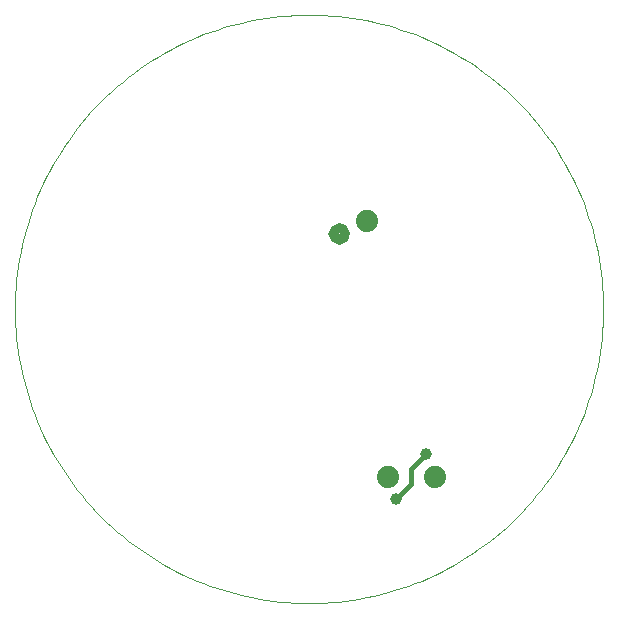
<source format=gtl>
G75*
%MOIN*%
%OFA0B0*%
%FSLAX25Y25*%
%IPPOS*%
%LPD*%
%AMOC8*
5,1,8,0,0,1.08239X$1,22.5*
%
%ADD10C,0.00197*%
%ADD11C,0.07400*%
%ADD12R,0.10713X0.00446*%
%ADD13R,0.00893X0.00446*%
%ADD14R,0.11159X0.00446*%
%ADD15R,0.01785X0.00446*%
%ADD16R,0.03571X0.00446*%
%ADD17R,0.02678X0.00446*%
%ADD18R,0.06249X0.00446*%
%ADD19R,0.11159X0.00446*%
%ADD20R,0.08481X0.00446*%
%ADD21R,0.02678X0.00446*%
%ADD22R,0.09374X0.00446*%
%ADD23R,0.00893X0.00446*%
%ADD24R,0.01339X0.00446*%
%ADD25R,0.02232X0.00446*%
%ADD26R,0.09374X0.00446*%
%ADD27R,0.02678X0.00446*%
%ADD28R,0.02232X0.00446*%
%ADD29R,0.06696X0.00446*%
%ADD30R,0.01339X0.00446*%
%ADD31R,0.03124X0.00446*%
%ADD32R,0.04910X0.00446*%
%ADD33R,0.02678X0.00446*%
%ADD34R,0.04463X0.00446*%
%ADD35R,0.03125X0.00446*%
%ADD36R,0.00446X0.00446*%
%ADD37R,0.07142X0.00446*%
%ADD38R,0.02232X0.00446*%
%ADD39R,0.07588X0.00446*%
%ADD40R,0.02678X0.00446*%
%ADD41R,0.04017X0.00446*%
%ADD42R,0.05803X0.00446*%
%ADD43R,0.05803X0.00446*%
%ADD44R,0.09820X0.00446*%
%ADD45R,0.02678X0.00446*%
%ADD46R,0.07142X0.00446*%
%ADD47R,0.10713X0.00446*%
%ADD48R,0.08035X0.00446*%
%ADD49R,0.00893X0.00446*%
%ADD50R,0.04910X0.00446*%
%ADD51R,0.09820X0.00446*%
%ADD52R,0.08035X0.00446*%
%ADD53R,0.03125X0.00446*%
%ADD54R,0.10267X0.00446*%
%ADD55R,0.11159X0.00446*%
%ADD56R,0.06249X0.00446*%
%ADD57R,0.11606X0.00446*%
%ADD58R,0.04910X0.00446*%
%ADD59R,0.11606X0.00446*%
%ADD60R,0.03571X0.00446*%
%ADD61R,0.01785X0.00446*%
%ADD62R,0.06696X0.00446*%
%ADD63R,0.00446X0.00446*%
%ADD64R,0.03571X0.00446*%
%ADD65R,0.01786X0.00446*%
%ADD66R,0.03124X0.00446*%
%ADD67R,0.00893X0.00446*%
%ADD68R,0.03124X0.00446*%
%ADD69R,0.03125X0.00446*%
%ADD70R,0.01339X0.00446*%
%ADD71R,0.06695X0.00446*%
%ADD72R,0.07142X0.00446*%
%ADD73R,0.01785X0.00446*%
%ADD74R,0.03571X0.00446*%
%ADD75R,0.04018X0.00446*%
%ADD76R,0.04464X0.00446*%
%ADD77R,0.05356X0.00446*%
%ADD78R,0.05357X0.00446*%
%ADD79R,0.04017X0.00446*%
%ADD80R,0.05803X0.00446*%
%ADD81R,0.05803X0.00446*%
%ADD82R,0.06696X0.00446*%
%ADD83R,0.06695X0.00446*%
%ADD84R,0.00446X0.00446*%
%ADD85R,0.04464X0.00446*%
%ADD86R,0.08035X0.00446*%
%ADD87R,0.05356X0.00446*%
%ADD88R,0.04464X0.00446*%
%ADD89R,0.00893X0.00446*%
%ADD90R,0.04017X0.00446*%
%ADD91R,0.05357X0.00446*%
%ADD92R,0.03571X0.00446*%
%ADD93R,0.04910X0.00446*%
%ADD94R,0.07142X0.00446*%
%ADD95R,0.06249X0.00446*%
%ADD96R,0.06250X0.00446*%
%ADD97R,0.05803X0.00446*%
%ADD98R,0.01339X0.00446*%
%ADD99R,0.07588X0.00446*%
%ADD100R,0.04018X0.00446*%
%ADD101R,0.03571X0.00446*%
%ADD102R,0.04018X0.00446*%
%ADD103R,0.02231X0.00446*%
%ADD104R,0.01339X0.00446*%
%ADD105R,0.00446X0.00446*%
%ADD106R,0.00893X0.00446*%
%ADD107R,0.00446X0.00446*%
%ADD108R,0.01786X0.00446*%
%ADD109R,0.04463X0.00446*%
%ADD110R,0.02231X0.00446*%
%ADD111R,0.06695X0.00446*%
%ADD112R,0.05356X0.00446*%
%ADD113R,0.04910X0.00446*%
%ADD114R,0.08928X0.00446*%
%ADD115R,0.08481X0.00446*%
%ADD116R,0.11159X0.00446*%
%ADD117R,0.07588X0.00446*%
%ADD118R,0.00446X0.00446*%
%ADD119R,0.01786X0.00446*%
%ADD120R,0.09374X0.00446*%
%ADD121R,0.08928X0.00446*%
%ADD122R,0.02231X0.00446*%
%ADD123R,0.08481X0.00446*%
%ADD124R,0.05803X0.00446*%
%ADD125R,0.15623X0.00446*%
%ADD126R,0.14730X0.00446*%
%ADD127R,0.13837X0.00446*%
%ADD128R,0.08927X0.00446*%
%ADD129R,0.12945X0.00446*%
%ADD130R,0.12498X0.00446*%
%ADD131R,0.09374X0.00446*%
%ADD132R,0.10267X0.00446*%
%ADD133R,0.01339X0.00446*%
%ADD134R,0.05357X0.00446*%
%ADD135R,0.07142X0.00446*%
%ADD136R,0.07589X0.00446*%
%ADD137R,0.11606X0.00446*%
%ADD138R,0.20087X0.00446*%
%ADD139R,0.08928X0.00446*%
%ADD140R,0.19640X0.00446*%
%ADD141R,0.19640X0.00446*%
%ADD142R,0.20087X0.00446*%
%ADD143R,0.08927X0.00446*%
%ADD144R,0.04910X0.00446*%
%ADD145R,0.10713X0.00446*%
%ADD146R,0.07142X0.00446*%
%ADD147R,0.09820X0.00446*%
%ADD148R,0.12052X0.00446*%
%ADD149R,0.10713X0.00446*%
%ADD150R,0.08035X0.00446*%
%ADD151R,0.09374X0.00446*%
%ADD152R,0.09374X0.00446*%
%ADD153R,0.12945X0.00446*%
%ADD154R,0.08481X0.00446*%
%ADD155R,0.11606X0.00446*%
%ADD156R,0.08035X0.00446*%
%ADD157R,0.12498X0.00446*%
%ADD158R,0.13391X0.00446*%
%ADD159R,0.12052X0.00446*%
%ADD160R,0.13838X0.00446*%
%ADD161R,0.13391X0.00446*%
%ADD162R,0.09820X0.00446*%
%ADD163R,0.13391X0.00446*%
%ADD164R,0.13391X0.00446*%
%ADD165R,0.04463X0.00446*%
%ADD166R,0.08927X0.00446*%
%ADD167R,0.06250X0.00446*%
%ADD168R,0.15177X0.00446*%
%ADD169R,0.22765X0.00446*%
%ADD170R,0.22765X0.00446*%
%ADD171R,0.22319X0.00446*%
%ADD172R,0.21872X0.00446*%
%ADD173R,0.21872X0.00446*%
%ADD174R,0.21426X0.00446*%
%ADD175R,0.21426X0.00446*%
%ADD176R,0.21426X0.00446*%
%ADD177R,0.21872X0.00446*%
%ADD178R,0.23658X0.00446*%
%ADD179R,0.23211X0.00446*%
%ADD180R,0.15177X0.00446*%
%ADD181R,0.07589X0.00446*%
%ADD182R,0.12052X0.00446*%
%ADD183R,0.12498X0.00446*%
%ADD184R,0.12052X0.00446*%
%ADD185R,0.12499X0.00446*%
%ADD186R,0.12499X0.00446*%
%ADD187R,0.11606X0.00446*%
%ADD188R,0.12945X0.00446*%
%ADD189R,0.10267X0.00446*%
%ADD190R,0.09820X0.00446*%
%ADD191R,0.11606X0.00446*%
%ADD192R,0.10267X0.00446*%
%ADD193R,0.12944X0.00446*%
%ADD194R,0.12052X0.00446*%
%ADD195R,0.16069X0.00446*%
%ADD196R,0.15623X0.00446*%
%ADD197R,0.12052X0.00446*%
%ADD198R,0.13391X0.00446*%
%ADD199R,0.08035X0.00446*%
%ADD200R,0.08481X0.00446*%
%ADD201R,0.15623X0.00446*%
%ADD202R,0.13838X0.00446*%
%ADD203R,0.13837X0.00446*%
%ADD204R,0.07589X0.00446*%
%ADD205R,0.11159X0.00446*%
%ADD206C,0.01400*%
%ADD207C,0.03962*%
%ADD208C,0.01600*%
D10*
X0003144Y0099925D02*
X0003174Y0102331D01*
X0003262Y0104735D01*
X0003410Y0107137D01*
X0003616Y0109534D01*
X0003881Y0111925D01*
X0004205Y0114309D01*
X0004587Y0116685D01*
X0005028Y0119050D01*
X0005526Y0121404D01*
X0006082Y0123745D01*
X0006695Y0126071D01*
X0007365Y0128382D01*
X0008092Y0130676D01*
X0008874Y0132951D01*
X0009713Y0135206D01*
X0010606Y0137440D01*
X0011554Y0139651D01*
X0012556Y0141839D01*
X0013611Y0144001D01*
X0014719Y0146136D01*
X0015880Y0148244D01*
X0017091Y0150323D01*
X0018353Y0152371D01*
X0019665Y0154388D01*
X0021026Y0156372D01*
X0022436Y0158322D01*
X0023893Y0160237D01*
X0025396Y0162115D01*
X0026945Y0163956D01*
X0028539Y0165759D01*
X0030176Y0167521D01*
X0031857Y0169243D01*
X0033579Y0170924D01*
X0035341Y0172561D01*
X0037144Y0174155D01*
X0038985Y0175704D01*
X0040863Y0177207D01*
X0042778Y0178664D01*
X0044728Y0180074D01*
X0046712Y0181435D01*
X0048729Y0182747D01*
X0050777Y0184009D01*
X0052856Y0185220D01*
X0054964Y0186381D01*
X0057099Y0187489D01*
X0059261Y0188544D01*
X0061449Y0189546D01*
X0063660Y0190494D01*
X0065894Y0191387D01*
X0068149Y0192226D01*
X0070424Y0193008D01*
X0072718Y0193735D01*
X0075029Y0194405D01*
X0077355Y0195018D01*
X0079696Y0195574D01*
X0082050Y0196072D01*
X0084415Y0196513D01*
X0086791Y0196895D01*
X0089175Y0197219D01*
X0091566Y0197484D01*
X0093963Y0197690D01*
X0096365Y0197838D01*
X0098769Y0197926D01*
X0101175Y0197956D01*
X0103581Y0197926D01*
X0105985Y0197838D01*
X0108387Y0197690D01*
X0110784Y0197484D01*
X0113175Y0197219D01*
X0115559Y0196895D01*
X0117935Y0196513D01*
X0120300Y0196072D01*
X0122654Y0195574D01*
X0124995Y0195018D01*
X0127321Y0194405D01*
X0129632Y0193735D01*
X0131926Y0193008D01*
X0134201Y0192226D01*
X0136456Y0191387D01*
X0138690Y0190494D01*
X0140901Y0189546D01*
X0143089Y0188544D01*
X0145251Y0187489D01*
X0147386Y0186381D01*
X0149494Y0185220D01*
X0151573Y0184009D01*
X0153621Y0182747D01*
X0155638Y0181435D01*
X0157622Y0180074D01*
X0159572Y0178664D01*
X0161487Y0177207D01*
X0163365Y0175704D01*
X0165206Y0174155D01*
X0167009Y0172561D01*
X0168771Y0170924D01*
X0170493Y0169243D01*
X0172174Y0167521D01*
X0173811Y0165759D01*
X0175405Y0163956D01*
X0176954Y0162115D01*
X0178457Y0160237D01*
X0179914Y0158322D01*
X0181324Y0156372D01*
X0182685Y0154388D01*
X0183997Y0152371D01*
X0185259Y0150323D01*
X0186470Y0148244D01*
X0187631Y0146136D01*
X0188739Y0144001D01*
X0189794Y0141839D01*
X0190796Y0139651D01*
X0191744Y0137440D01*
X0192637Y0135206D01*
X0193476Y0132951D01*
X0194258Y0130676D01*
X0194985Y0128382D01*
X0195655Y0126071D01*
X0196268Y0123745D01*
X0196824Y0121404D01*
X0197322Y0119050D01*
X0197763Y0116685D01*
X0198145Y0114309D01*
X0198469Y0111925D01*
X0198734Y0109534D01*
X0198940Y0107137D01*
X0199088Y0104735D01*
X0199176Y0102331D01*
X0199206Y0099925D01*
X0199176Y0097519D01*
X0199088Y0095115D01*
X0198940Y0092713D01*
X0198734Y0090316D01*
X0198469Y0087925D01*
X0198145Y0085541D01*
X0197763Y0083165D01*
X0197322Y0080800D01*
X0196824Y0078446D01*
X0196268Y0076105D01*
X0195655Y0073779D01*
X0194985Y0071468D01*
X0194258Y0069174D01*
X0193476Y0066899D01*
X0192637Y0064644D01*
X0191744Y0062410D01*
X0190796Y0060199D01*
X0189794Y0058011D01*
X0188739Y0055849D01*
X0187631Y0053714D01*
X0186470Y0051606D01*
X0185259Y0049527D01*
X0183997Y0047479D01*
X0182685Y0045462D01*
X0181324Y0043478D01*
X0179914Y0041528D01*
X0178457Y0039613D01*
X0176954Y0037735D01*
X0175405Y0035894D01*
X0173811Y0034091D01*
X0172174Y0032329D01*
X0170493Y0030607D01*
X0168771Y0028926D01*
X0167009Y0027289D01*
X0165206Y0025695D01*
X0163365Y0024146D01*
X0161487Y0022643D01*
X0159572Y0021186D01*
X0157622Y0019776D01*
X0155638Y0018415D01*
X0153621Y0017103D01*
X0151573Y0015841D01*
X0149494Y0014630D01*
X0147386Y0013469D01*
X0145251Y0012361D01*
X0143089Y0011306D01*
X0140901Y0010304D01*
X0138690Y0009356D01*
X0136456Y0008463D01*
X0134201Y0007624D01*
X0131926Y0006842D01*
X0129632Y0006115D01*
X0127321Y0005445D01*
X0124995Y0004832D01*
X0122654Y0004276D01*
X0120300Y0003778D01*
X0117935Y0003337D01*
X0115559Y0002955D01*
X0113175Y0002631D01*
X0110784Y0002366D01*
X0108387Y0002160D01*
X0105985Y0002012D01*
X0103581Y0001924D01*
X0101175Y0001894D01*
X0098769Y0001924D01*
X0096365Y0002012D01*
X0093963Y0002160D01*
X0091566Y0002366D01*
X0089175Y0002631D01*
X0086791Y0002955D01*
X0084415Y0003337D01*
X0082050Y0003778D01*
X0079696Y0004276D01*
X0077355Y0004832D01*
X0075029Y0005445D01*
X0072718Y0006115D01*
X0070424Y0006842D01*
X0068149Y0007624D01*
X0065894Y0008463D01*
X0063660Y0009356D01*
X0061449Y0010304D01*
X0059261Y0011306D01*
X0057099Y0012361D01*
X0054964Y0013469D01*
X0052856Y0014630D01*
X0050777Y0015841D01*
X0048729Y0017103D01*
X0046712Y0018415D01*
X0044728Y0019776D01*
X0042778Y0021186D01*
X0040863Y0022643D01*
X0038985Y0024146D01*
X0037144Y0025695D01*
X0035341Y0027289D01*
X0033579Y0028926D01*
X0031857Y0030607D01*
X0030176Y0032329D01*
X0028539Y0034091D01*
X0026945Y0035894D01*
X0025396Y0037735D01*
X0023893Y0039613D01*
X0022436Y0041528D01*
X0021026Y0043478D01*
X0019665Y0045462D01*
X0018353Y0047479D01*
X0017091Y0049527D01*
X0015880Y0051606D01*
X0014719Y0053714D01*
X0013611Y0055849D01*
X0012556Y0058011D01*
X0011554Y0060199D01*
X0010606Y0062410D01*
X0009713Y0064644D01*
X0008874Y0066899D01*
X0008092Y0069174D01*
X0007365Y0071468D01*
X0006695Y0073779D01*
X0006082Y0076105D01*
X0005526Y0078446D01*
X0005028Y0080800D01*
X0004587Y0083165D01*
X0004205Y0085541D01*
X0003881Y0087925D01*
X0003616Y0090316D01*
X0003410Y0092713D01*
X0003262Y0095115D01*
X0003174Y0097519D01*
X0003144Y0099925D01*
D11*
X0120335Y0129097D03*
X0127376Y0044000D03*
X0143124Y0044000D03*
D12*
X0123323Y0079176D03*
X0092970Y0138097D03*
X0055921Y0144347D03*
X0097880Y0194340D03*
X0185815Y0080515D03*
X0098326Y0013113D03*
X0097880Y0013559D03*
X0097880Y0006864D03*
X0097433Y0005971D03*
D13*
X0089399Y0006418D03*
X0060384Y0014899D03*
X0037173Y0030522D03*
X0031370Y0053733D03*
X0041190Y0070249D03*
X0054135Y0074713D03*
X0053689Y0078730D03*
X0056367Y0081855D03*
X0058153Y0075605D03*
X0068866Y0072481D03*
X0066187Y0063107D03*
X0068866Y0059982D03*
X0070651Y0059090D03*
X0076900Y0063107D03*
X0077347Y0064000D03*
X0080918Y0068463D03*
X0081364Y0078730D03*
X0085828Y0080962D03*
X0093416Y0084086D03*
X0093862Y0087211D03*
X0093416Y0088104D03*
X0096094Y0089443D03*
X0096094Y0090336D03*
X0096094Y0091228D03*
X0099665Y0088104D03*
X0099665Y0087211D03*
X0108146Y0088104D03*
X0110825Y0091228D03*
X0110825Y0092567D03*
X0112610Y0098817D03*
X0112610Y0099709D03*
X0113057Y0100602D03*
X0117074Y0105066D03*
X0121091Y0103727D03*
X0122877Y0105959D03*
X0131358Y0116672D03*
X0127340Y0124706D03*
X0127340Y0130956D03*
X0123323Y0147025D03*
X0106807Y0129170D03*
X0096094Y0133187D03*
X0087167Y0129170D03*
X0087167Y0126045D03*
X0085381Y0122921D03*
X0089399Y0117564D03*
X0087613Y0116672D03*
X0085381Y0114440D03*
X0087613Y0109083D03*
X0089399Y0105066D03*
X0092077Y0100602D03*
X0089399Y0097478D03*
X0096094Y0102834D03*
X0099665Y0101941D03*
X0091631Y0111315D03*
X0091631Y0115332D03*
X0097880Y0115332D03*
X0100112Y0115332D03*
X0108593Y0111315D03*
X0129572Y0092567D03*
X0139839Y0102834D03*
X0140285Y0103727D03*
X0142071Y0103727D03*
X0138053Y0108191D03*
X0135821Y0108191D03*
X0135821Y0105959D03*
X0135821Y0105066D03*
X0159033Y0091228D03*
X0164836Y0088104D03*
X0154123Y0078730D03*
X0152784Y0072481D03*
X0158586Y0068463D03*
X0164836Y0071588D03*
X0165282Y0073373D03*
X0169299Y0068463D03*
X0168853Y0067124D03*
X0164836Y0057750D03*
X0159033Y0060875D03*
X0158586Y0042127D03*
X0138053Y0027397D03*
X0120645Y0007757D03*
X0087613Y0047484D03*
X0087167Y0048377D03*
X0093416Y0062214D03*
X0114842Y0068463D03*
X0114842Y0070249D03*
X0123323Y0059982D03*
X0126894Y0067124D03*
X0077347Y0098817D03*
X0072883Y0084979D03*
X0068866Y0084979D03*
X0066187Y0084979D03*
X0064402Y0098817D03*
X0064402Y0102834D03*
X0054135Y0102834D03*
X0051903Y0102834D03*
X0052350Y0094353D03*
X0050118Y0090336D03*
X0047886Y0092567D03*
X0043422Y0089443D03*
X0045654Y0116672D03*
X0058153Y0133187D03*
X0064848Y0129170D03*
X0066187Y0127831D03*
X0068866Y0129170D03*
X0070651Y0122921D03*
X0072883Y0122921D03*
X0068419Y0136312D03*
X0080918Y0138544D03*
X0034941Y0148810D03*
X0070651Y0187645D03*
X0190279Y0127831D03*
X0184030Y0056858D03*
D14*
X0098103Y0017130D03*
X0098103Y0007757D03*
X0097657Y0006418D03*
X0111048Y0182288D03*
X0098103Y0193001D03*
D15*
X0112610Y0148810D03*
X0116627Y0144793D03*
X0116181Y0142561D03*
X0119306Y0147918D03*
X0122430Y0144793D03*
X0126001Y0133187D03*
X0125555Y0132295D03*
X0124662Y0120689D03*
X0121538Y0115332D03*
X0113057Y0115332D03*
X0114842Y0108191D03*
X0114842Y0105959D03*
X0106807Y0105066D03*
X0099665Y0105959D03*
X0099665Y0103727D03*
X0096094Y0103727D03*
X0096094Y0105066D03*
X0096094Y0105959D03*
X0092523Y0105959D03*
X0092523Y0112208D03*
X0092970Y0117564D03*
X0095201Y0122921D03*
X0086720Y0120689D03*
X0098773Y0133187D03*
X0103683Y0139437D03*
X0085381Y0141668D03*
X0076900Y0147918D03*
X0072883Y0138544D03*
X0070205Y0132295D03*
X0070651Y0130956D03*
X0068866Y0127831D03*
X0069312Y0126045D03*
X0072436Y0126045D03*
X0067973Y0122921D03*
X0062170Y0130956D03*
X0062616Y0132295D03*
X0065741Y0132295D03*
X0065295Y0138544D03*
X0046547Y0121582D03*
X0043869Y0119796D03*
X0039405Y0118457D03*
X0041637Y0109083D03*
X0036727Y0105066D03*
X0043869Y0100602D03*
X0044315Y0099709D03*
X0041637Y0094353D03*
X0042976Y0088104D03*
X0035834Y0091228D03*
X0035834Y0084979D03*
X0041637Y0073373D03*
X0037620Y0070249D03*
X0052796Y0073373D03*
X0062170Y0075605D03*
X0067973Y0070249D03*
X0065295Y0068463D03*
X0070651Y0073373D03*
X0078686Y0068463D03*
X0081810Y0070249D03*
X0088952Y0074713D03*
X0087167Y0078730D03*
X0093862Y0074713D03*
X0094309Y0068463D03*
X0092077Y0067124D03*
X0099665Y0065339D03*
X0095201Y0059090D03*
X0085828Y0051501D03*
X0086274Y0050608D03*
X0069312Y0060875D03*
X0062170Y0060875D03*
X0058599Y0084086D03*
X0058153Y0089443D03*
X0058153Y0091228D03*
X0065295Y0090336D03*
X0069312Y0089443D03*
X0080471Y0095692D03*
X0086720Y0093460D03*
X0088952Y0090336D03*
X0090292Y0089443D03*
X0089845Y0095692D03*
X0075561Y0103727D03*
X0074668Y0105066D03*
X0074668Y0105959D03*
X0041637Y0127831D03*
X0009498Y0077837D03*
X0021996Y0074713D03*
X0110825Y0084979D03*
X0116627Y0089443D03*
X0123770Y0089443D03*
X0134929Y0095692D03*
X0135375Y0097478D03*
X0137607Y0103727D03*
X0142517Y0118457D03*
X0142517Y0119796D03*
X0159033Y0089443D03*
X0157247Y0084086D03*
X0155908Y0080962D03*
X0141178Y0088104D03*
X0118859Y0072481D03*
X0118859Y0071588D03*
X0118413Y0070249D03*
X0119306Y0064000D03*
X0119306Y0063107D03*
X0122877Y0057750D03*
X0168407Y0064000D03*
X0191618Y0074713D03*
X0112164Y0006418D03*
X0173763Y0159523D03*
X0153676Y0178271D03*
D16*
X0151445Y0174700D03*
X0147874Y0168451D03*
X0155908Y0166219D03*
X0157247Y0168004D03*
X0158140Y0159970D03*
X0159479Y0158631D03*
X0160372Y0157738D03*
X0165728Y0157738D03*
X0166621Y0158631D03*
X0167960Y0159970D03*
X0169746Y0161755D03*
X0168407Y0164880D03*
X0167960Y0165326D03*
X0179120Y0148364D03*
X0174656Y0142115D03*
X0143410Y0125153D03*
X0142963Y0122028D03*
X0138500Y0118903D03*
X0134482Y0126492D03*
X0130019Y0127385D03*
X0113503Y0111762D03*
X0107700Y0119350D03*
X0103683Y0125599D03*
X0094309Y0118011D03*
X0084935Y0124260D03*
X0078239Y0125153D03*
X0080025Y0139883D03*
X0061724Y0137651D03*
X0040298Y0119350D03*
X0025121Y0141222D03*
X0021996Y0145239D03*
X0021104Y0146579D03*
X0013515Y0131848D03*
X0038066Y0153721D03*
X0079578Y0108637D03*
X0087167Y0091675D03*
X0067973Y0086765D03*
X0067080Y0087657D03*
X0066187Y0088550D03*
X0063063Y0096138D03*
X0056813Y0093907D03*
X0046993Y0080069D03*
X0054582Y0067571D03*
X0063063Y0064892D03*
X0080471Y0063553D03*
X0086274Y0056411D03*
X0098326Y0068017D03*
X0121537Y0060429D03*
X0150998Y0068017D03*
X0157694Y0051055D03*
X0155462Y0048823D03*
X0154123Y0047930D03*
X0152784Y0047037D03*
X0158140Y0040342D03*
X0155908Y0038556D03*
X0155015Y0037664D03*
X0155015Y0031414D03*
X0162604Y0030075D03*
X0164389Y0031414D03*
X0164389Y0034093D03*
X0163943Y0034539D03*
X0163943Y0040788D03*
X0191618Y0078284D03*
X0143410Y0110422D03*
X0106807Y0097031D03*
X0050564Y0034093D03*
X0048332Y0031414D03*
X0040298Y0035432D03*
X0038512Y0033200D03*
X0033602Y0035432D03*
X0029585Y0043466D03*
X0033602Y0047037D03*
X0040744Y0041681D03*
X0024228Y0060429D03*
X0035834Y0065785D03*
X0036727Y0095246D03*
X0094309Y0016684D03*
X0088059Y0006864D03*
X0126894Y0179610D03*
X0109039Y0194340D03*
D17*
X0102344Y0192109D03*
X0102344Y0190323D03*
X0106807Y0185859D03*
X0106807Y0184967D03*
X0106807Y0184074D03*
X0102790Y0184074D03*
X0102790Y0184967D03*
X0102790Y0183181D03*
X0102790Y0182735D03*
X0102790Y0181842D03*
X0093862Y0183181D03*
X0093862Y0184074D03*
X0093862Y0184967D03*
X0093862Y0185859D03*
X0093862Y0186306D03*
X0093862Y0187199D03*
X0093862Y0190323D03*
X0093862Y0192109D03*
X0088952Y0192109D03*
X0088952Y0192555D03*
X0088952Y0190323D03*
X0089399Y0189430D03*
X0089399Y0188984D03*
X0089399Y0187199D03*
X0089845Y0184967D03*
X0089845Y0184074D03*
X0090292Y0182735D03*
X0090292Y0181842D03*
X0081810Y0180057D03*
X0081364Y0181842D03*
X0080918Y0182735D03*
X0080918Y0183181D03*
X0079132Y0188984D03*
X0069312Y0180057D03*
X0067080Y0184967D03*
X0057706Y0176486D03*
X0056367Y0178717D03*
X0054582Y0181842D03*
X0051457Y0174700D03*
X0060384Y0171575D03*
X0036727Y0159970D03*
X0037173Y0159077D03*
X0037173Y0158631D03*
X0037620Y0157738D03*
X0027353Y0138097D03*
X0027353Y0137651D03*
X0025121Y0132741D03*
X0024675Y0131848D03*
X0018425Y0132741D03*
X0017979Y0131848D03*
X0013962Y0134527D03*
X0014855Y0136758D03*
X0015747Y0138990D03*
X0010391Y0123367D03*
X0009498Y0119350D03*
X0035834Y0108637D03*
X0036727Y0106405D03*
X0041637Y0107298D03*
X0038959Y0111762D03*
X0039851Y0121135D03*
X0039405Y0122028D03*
X0041190Y0126492D03*
X0060831Y0140329D03*
X0062616Y0132741D03*
X0067973Y0122474D03*
X0074668Y0128724D03*
X0079132Y0126492D03*
X0076454Y0135866D03*
X0077793Y0138990D03*
X0081364Y0138990D03*
X0076454Y0145239D03*
X0104129Y0140329D03*
X0121538Y0137651D03*
X0123323Y0134527D03*
X0128679Y0138097D03*
X0132251Y0137651D03*
X0129572Y0128277D03*
X0145642Y0128277D03*
X0143856Y0111762D03*
X0141624Y0104620D03*
X0127787Y0090782D03*
X0121538Y0095246D03*
X0119306Y0092121D03*
X0118859Y0091675D03*
X0118413Y0090782D03*
X0110825Y0107298D03*
X0110378Y0108637D03*
X0114396Y0109530D03*
X0090292Y0107744D03*
X0090292Y0107298D03*
X0084935Y0113101D03*
X0085828Y0113993D03*
X0078686Y0107744D03*
X0078686Y0107298D03*
X0083596Y0093907D03*
X0077793Y0075159D03*
X0073329Y0068910D03*
X0071097Y0063553D03*
X0063063Y0063553D03*
X0061723Y0068017D03*
X0064848Y0068910D03*
X0057706Y0072034D03*
X0050118Y0078284D03*
X0044315Y0069802D03*
X0040744Y0072034D03*
X0029585Y0058643D03*
X0029585Y0058197D03*
X0030477Y0057304D03*
X0030924Y0056411D03*
X0031370Y0055519D03*
X0024228Y0058197D03*
X0024228Y0058643D03*
X0018872Y0055519D03*
X0018872Y0055072D03*
X0018425Y0056411D03*
X0020211Y0053287D03*
X0020657Y0052394D03*
X0028246Y0041681D03*
X0037173Y0031414D03*
X0043869Y0031414D03*
X0043869Y0030968D03*
X0043869Y0033200D03*
X0044315Y0035432D03*
X0056367Y0027843D03*
X0055921Y0026951D03*
X0057706Y0030075D03*
X0053689Y0022933D03*
X0052350Y0019809D03*
X0059938Y0016238D03*
X0060831Y0017577D03*
X0061723Y0019362D03*
X0066187Y0018470D03*
X0066634Y0019362D03*
X0066634Y0019809D03*
X0067080Y0020701D03*
X0067973Y0022487D03*
X0067973Y0022933D03*
X0068419Y0023826D03*
X0068866Y0024719D03*
X0064848Y0025165D03*
X0071097Y0019809D03*
X0071097Y0019362D03*
X0070651Y0018470D03*
X0070205Y0017577D03*
X0070205Y0016684D03*
X0069312Y0014452D03*
X0064402Y0014452D03*
X0071544Y0021594D03*
X0082703Y0019809D03*
X0082703Y0019362D03*
X0082703Y0018470D03*
X0081810Y0014452D03*
X0081810Y0013559D03*
X0081810Y0013113D03*
X0081364Y0011328D03*
X0081364Y0010435D03*
X0093862Y0014452D03*
X0093862Y0016238D03*
X0102344Y0011328D03*
X0102344Y0010435D03*
X0102344Y0009989D03*
X0102344Y0009096D03*
X0102344Y0008203D03*
X0110825Y0017577D03*
X0112164Y0010435D03*
X0112164Y0009989D03*
X0112164Y0009096D03*
X0112610Y0007310D03*
X0112610Y0006864D03*
X0121091Y0008203D03*
X0121091Y0009096D03*
X0121091Y0009989D03*
X0120645Y0011328D03*
X0124662Y0013559D03*
X0124662Y0014452D03*
X0123770Y0016684D03*
X0123770Y0017577D03*
X0123323Y0018470D03*
X0123323Y0019362D03*
X0122877Y0020701D03*
X0119306Y0019809D03*
X0119306Y0019362D03*
X0119306Y0018470D03*
X0126894Y0020701D03*
X0127340Y0019362D03*
X0127787Y0018470D03*
X0127787Y0017577D03*
X0129126Y0014452D03*
X0129572Y0013559D03*
X0125555Y0011328D03*
X0125555Y0010435D03*
X0137607Y0016238D03*
X0137607Y0016684D03*
X0137160Y0017577D03*
X0141624Y0019362D03*
X0142071Y0018470D03*
X0142517Y0017577D03*
X0143410Y0016238D03*
X0138500Y0024719D03*
X0146534Y0028290D03*
X0159479Y0054179D03*
X0156355Y0060429D03*
X0173763Y0051948D03*
X0184030Y0057304D03*
X0185815Y0060429D03*
X0186262Y0061321D03*
X0186262Y0061768D03*
X0187601Y0064446D03*
X0187601Y0064892D03*
X0189386Y0069802D03*
X0190725Y0073820D03*
X0181351Y0080069D03*
X0180012Y0075159D03*
X0180012Y0074266D03*
X0177334Y0068017D03*
X0175995Y0064892D03*
X0175549Y0064446D03*
X0175102Y0063553D03*
X0156801Y0082747D03*
X0164389Y0083640D03*
X0193850Y0087657D03*
X0194296Y0090782D03*
X0194296Y0091675D03*
X0192511Y0119350D03*
X0192064Y0121135D03*
X0181351Y0119350D03*
X0180012Y0125153D03*
X0173317Y0146132D03*
X0165729Y0151489D03*
X0163050Y0154613D03*
X0142517Y0171575D03*
X0142517Y0172468D03*
X0142517Y0173361D03*
X0142071Y0175593D03*
X0137607Y0180057D03*
X0138500Y0181842D03*
X0140285Y0185859D03*
X0130019Y0188984D03*
X0129572Y0187199D03*
X0129126Y0185859D03*
X0129126Y0184967D03*
X0128679Y0184074D03*
X0119306Y0183181D03*
X0119306Y0182735D03*
X0119306Y0181842D03*
X0115288Y0183181D03*
X0115288Y0184074D03*
X0116181Y0188984D03*
X0116181Y0189430D03*
X0116181Y0190323D03*
X0039851Y0101495D03*
X0058599Y0092121D03*
X0070651Y0075159D03*
X0088952Y0074266D03*
X0091631Y0066678D03*
X0101451Y0063553D03*
X0115288Y0072034D03*
X0122877Y0066678D03*
X0079132Y0052394D03*
X0072436Y0053287D03*
X0024675Y0068017D03*
X0023336Y0071142D03*
X0018425Y0071142D03*
X0020211Y0066678D03*
X0020657Y0065785D03*
X0014855Y0063553D03*
X0014408Y0064446D03*
X0014408Y0064892D03*
X0013962Y0065785D03*
X0013515Y0066678D03*
X0012623Y0068910D03*
X0012176Y0069802D03*
D18*
X0026014Y0061321D03*
X0056367Y0088997D03*
X0071990Y0088997D03*
X0063509Y0073820D03*
X0063063Y0071142D03*
X0074222Y0067571D03*
X0076900Y0070695D03*
X0087167Y0064892D03*
X0098773Y0070695D03*
X0099219Y0069802D03*
X0102344Y0093907D03*
X0119306Y0112654D03*
X0096541Y0141222D03*
X0081810Y0146579D03*
X0078686Y0121135D03*
X0081810Y0110869D03*
X0081364Y0110422D03*
X0050118Y0114886D03*
X0050118Y0119350D03*
X0025121Y0143008D03*
X0064848Y0186306D03*
X0126001Y0142115D03*
X0154123Y0176486D03*
X0142517Y0178717D03*
X0126894Y0183181D03*
X0175549Y0145239D03*
X0182244Y0139883D03*
X0184476Y0085872D03*
X0188047Y0070695D03*
X0184030Y0067571D03*
X0183137Y0068017D03*
X0178673Y0060429D03*
X0168853Y0037664D03*
X0148766Y0054179D03*
X0129126Y0022487D03*
X0134483Y0019809D03*
X0086720Y0007310D03*
X0074222Y0010435D03*
X0045654Y0030075D03*
D19*
X0098103Y0017577D03*
X0098549Y0018470D03*
X0098103Y0007310D03*
X0140062Y0071142D03*
X0127564Y0085872D03*
X0098549Y0073820D03*
X0133366Y0123367D03*
X0110155Y0138097D03*
X0111048Y0182735D03*
X0098103Y0192555D03*
X0098103Y0193448D03*
X0171755Y0149257D03*
X0181128Y0134973D03*
D20*
X0170862Y0148810D03*
X0131581Y0119796D03*
X0138723Y0091228D03*
X0102121Y0094353D03*
X0098103Y0072481D03*
X0085604Y0007757D03*
X0183360Y0072481D03*
X0094532Y0139437D03*
D21*
X0097880Y0141668D03*
X0101451Y0144793D03*
X0095201Y0126045D03*
X0077793Y0132295D03*
X0076900Y0135419D03*
X0073329Y0132295D03*
X0063063Y0142561D03*
X0043422Y0121582D03*
X0038959Y0122921D03*
X0038959Y0112208D03*
X0024228Y0130956D03*
X0025121Y0133187D03*
X0018872Y0134080D03*
X0018425Y0133187D03*
X0014408Y0135419D03*
X0014855Y0136312D03*
X0015747Y0138544D03*
X0013962Y0134080D03*
X0013515Y0133187D03*
X0009944Y0120689D03*
X0028246Y0145686D03*
X0036727Y0159523D03*
X0034495Y0166665D03*
X0069312Y0180503D03*
X0070205Y0178271D03*
X0080918Y0183628D03*
X0081364Y0182288D03*
X0081364Y0181396D03*
X0081810Y0180503D03*
X0079579Y0187645D03*
X0089399Y0187645D03*
X0089399Y0188538D03*
X0089399Y0186752D03*
X0089845Y0185413D03*
X0089845Y0183628D03*
X0090292Y0182288D03*
X0090292Y0181396D03*
X0093862Y0183628D03*
X0093862Y0185413D03*
X0093862Y0186752D03*
X0093862Y0187645D03*
X0093862Y0190769D03*
X0088952Y0190769D03*
X0088952Y0191662D03*
X0102344Y0191662D03*
X0102344Y0187645D03*
X0102790Y0185413D03*
X0102790Y0183628D03*
X0102790Y0182288D03*
X0106807Y0185413D03*
X0115288Y0183628D03*
X0118859Y0181396D03*
X0118859Y0180503D03*
X0119306Y0182288D03*
X0116181Y0189877D03*
X0116181Y0190769D03*
X0129572Y0187645D03*
X0129572Y0186752D03*
X0129126Y0185413D03*
X0128679Y0183628D03*
X0126894Y0178271D03*
X0137160Y0179164D03*
X0139392Y0183628D03*
X0142071Y0175146D03*
X0142517Y0172915D03*
X0142517Y0172022D03*
X0130019Y0188538D03*
X0122430Y0145686D03*
X0132251Y0138544D03*
X0143856Y0126045D03*
X0142071Y0117564D03*
X0143856Y0112208D03*
X0141624Y0105066D03*
X0136268Y0101941D03*
X0142517Y0097478D03*
X0143410Y0098817D03*
X0127787Y0090336D03*
X0124662Y0092567D03*
X0123770Y0090336D03*
X0118859Y0091228D03*
X0110378Y0108191D03*
X0113057Y0114440D03*
X0117074Y0120689D03*
X0128679Y0117564D03*
X0164389Y0084086D03*
X0164836Y0084979D03*
X0163497Y0081855D03*
X0163050Y0080962D03*
X0176888Y0067124D03*
X0175995Y0065339D03*
X0175549Y0064000D03*
X0175102Y0063107D03*
X0175549Y0054626D03*
X0185369Y0059982D03*
X0185815Y0060875D03*
X0190725Y0073373D03*
X0180012Y0074713D03*
X0193850Y0088104D03*
X0194296Y0091228D03*
X0192957Y0117564D03*
X0191618Y0122921D03*
X0187601Y0119796D03*
X0181798Y0117564D03*
X0180012Y0124706D03*
X0173763Y0145686D03*
X0172870Y0147025D03*
X0115288Y0071588D03*
X0118859Y0065339D03*
X0091184Y0060875D03*
X0083596Y0074713D03*
X0077793Y0078730D03*
X0070651Y0074713D03*
X0069312Y0071588D03*
X0067080Y0075605D03*
X0057706Y0071588D03*
X0063063Y0064000D03*
X0053689Y0063107D03*
X0050118Y0078730D03*
X0045208Y0081855D03*
X0058153Y0092567D03*
X0062170Y0092567D03*
X0061723Y0098817D03*
X0079132Y0108191D03*
X0028692Y0059982D03*
X0029138Y0059090D03*
X0030477Y0056858D03*
X0026460Y0054626D03*
X0026907Y0053733D03*
X0025121Y0056858D03*
X0024675Y0057750D03*
X0026907Y0063107D03*
X0025121Y0067124D03*
X0024675Y0068463D03*
X0023336Y0071588D03*
X0018872Y0070249D03*
X0020211Y0067124D03*
X0013515Y0067124D03*
X0012176Y0070249D03*
X0017979Y0056858D03*
X0025121Y0045252D03*
X0033602Y0034985D03*
X0041190Y0043020D03*
X0044315Y0034985D03*
X0043869Y0032754D03*
X0043869Y0031861D03*
X0052350Y0020255D03*
X0059938Y0015791D03*
X0064848Y0015791D03*
X0069312Y0014899D03*
X0069312Y0014006D03*
X0070205Y0017130D03*
X0070651Y0018023D03*
X0071097Y0020255D03*
X0071544Y0021148D03*
X0068419Y0024272D03*
X0064402Y0024272D03*
X0062170Y0020255D03*
X0081810Y0014899D03*
X0081810Y0014006D03*
X0081810Y0012667D03*
X0081364Y0011774D03*
X0081364Y0010881D03*
X0093862Y0014899D03*
X0093862Y0015791D03*
X0102344Y0011774D03*
X0102344Y0010881D03*
X0102344Y0009542D03*
X0111271Y0015791D03*
X0110825Y0017130D03*
X0110825Y0018023D03*
X0112164Y0009542D03*
X0112610Y0007757D03*
X0120645Y0010881D03*
X0120645Y0011774D03*
X0120645Y0012667D03*
X0121091Y0009542D03*
X0125109Y0011774D03*
X0125109Y0012667D03*
X0124662Y0014006D03*
X0125555Y0010881D03*
X0129126Y0014899D03*
X0128679Y0015791D03*
X0127787Y0018023D03*
X0126894Y0020255D03*
X0123770Y0018023D03*
X0123770Y0017130D03*
X0122877Y0020255D03*
X0122877Y0021148D03*
X0119306Y0020255D03*
X0137160Y0018023D03*
X0137607Y0017130D03*
X0138053Y0015791D03*
X0137607Y0026504D03*
X0148766Y0024272D03*
X0150552Y0021148D03*
X0159033Y0026504D03*
X0165282Y0032754D03*
X0158586Y0041235D03*
X0156355Y0060875D03*
D22*
X0140062Y0070695D03*
X0137384Y0088550D03*
X0120868Y0082301D03*
X0085158Y0008203D03*
X0016417Y0082301D03*
D23*
X0012622Y0071142D03*
X0033602Y0063553D03*
X0040298Y0069802D03*
X0044315Y0075159D03*
X0048332Y0071142D03*
X0053243Y0075159D03*
X0054582Y0076052D03*
X0055474Y0077391D03*
X0057260Y0076052D03*
X0059045Y0078284D03*
X0061277Y0076944D03*
X0061277Y0080069D03*
X0060831Y0080515D03*
X0060831Y0082301D03*
X0061724Y0084533D03*
X0063063Y0085426D03*
X0063063Y0083640D03*
X0065295Y0085872D03*
X0065741Y0085426D03*
X0067526Y0094799D03*
X0067080Y0095246D03*
X0065741Y0097031D03*
X0069758Y0095246D03*
X0067526Y0102388D03*
X0069312Y0104620D03*
X0074222Y0106405D03*
X0074222Y0107298D03*
X0074222Y0107744D03*
X0074222Y0108637D03*
X0074222Y0109530D03*
X0077793Y0104173D03*
X0086721Y0104173D03*
X0086721Y0104620D03*
X0088952Y0104173D03*
X0088506Y0102388D03*
X0088506Y0101495D03*
X0088506Y0101049D03*
X0088952Y0099263D03*
X0090738Y0093907D03*
X0092970Y0088997D03*
X0094309Y0086765D03*
X0094755Y0085872D03*
X0095202Y0085426D03*
X0092970Y0085426D03*
X0094309Y0082747D03*
X0094755Y0082301D03*
X0098772Y0084533D03*
X0101451Y0085426D03*
X0103683Y0085872D03*
X0105915Y0088550D03*
X0105915Y0088997D03*
X0111271Y0094799D03*
X0111271Y0095246D03*
X0111717Y0096138D03*
X0111717Y0097031D03*
X0112164Y0097924D03*
X0112164Y0098370D03*
X0113503Y0101495D03*
X0115735Y0102388D03*
X0111271Y0104173D03*
X0111271Y0104620D03*
X0103683Y0102388D03*
X0102790Y0111762D03*
X0100558Y0115779D03*
X0095202Y0123367D03*
X0090291Y0125153D03*
X0086274Y0125599D03*
X0086274Y0121135D03*
X0081810Y0118903D03*
X0086721Y0115779D03*
X0091184Y0110422D03*
X0090291Y0106405D03*
X0084042Y0092121D03*
X0084935Y0082301D03*
X0084042Y0078284D03*
X0086721Y0075159D03*
X0086274Y0074266D03*
X0086274Y0073820D03*
X0084489Y0073820D03*
X0080471Y0078284D03*
X0067973Y0067571D03*
X0065741Y0068017D03*
X0059045Y0067571D03*
X0061277Y0057304D03*
X0070205Y0058197D03*
X0075561Y0061321D03*
X0091184Y0054179D03*
X0091184Y0051055D03*
X0088059Y0044806D03*
X0088059Y0043913D03*
X0088059Y0043466D03*
X0092523Y0058643D03*
X0092523Y0064446D03*
X0095202Y0066678D03*
X0101451Y0061321D03*
X0109039Y0081408D03*
X0119752Y0093907D03*
X0118413Y0106405D03*
X0121537Y0107298D03*
X0122430Y0110422D03*
X0124662Y0116225D03*
X0121984Y0125153D03*
X0126448Y0128724D03*
X0132697Y0128724D03*
X0138946Y0125599D03*
X0149213Y0128277D03*
X0139393Y0113101D03*
X0139393Y0112654D03*
X0160372Y0102388D03*
X0160372Y0101049D03*
X0157694Y0087657D03*
X0157247Y0085872D03*
X0157247Y0085426D03*
X0148766Y0078284D03*
X0149213Y0076052D03*
X0158140Y0068017D03*
X0158140Y0067571D03*
X0161711Y0065785D03*
X0162158Y0066678D03*
X0160372Y0063553D03*
X0159479Y0061768D03*
X0164389Y0057304D03*
X0163943Y0056411D03*
X0166175Y0060429D03*
X0166621Y0061321D03*
X0168407Y0065785D03*
X0168407Y0066678D03*
X0169746Y0070695D03*
X0165728Y0073820D03*
X0167960Y0080515D03*
X0172871Y0060429D03*
X0167960Y0053287D03*
X0174209Y0043466D03*
X0182244Y0051948D03*
X0136714Y0021594D03*
X0111271Y0019362D03*
X0092970Y0008203D03*
X0126448Y0055072D03*
X0109485Y0111762D03*
X0105915Y0131402D03*
X0102790Y0134527D03*
X0103236Y0135866D03*
X0103236Y0138990D03*
X0098772Y0142115D03*
X0112164Y0148364D03*
X0128680Y0134973D03*
X0072437Y0125153D03*
X0072437Y0124260D03*
X0070205Y0125599D03*
X0069312Y0124260D03*
X0065295Y0129616D03*
X0069758Y0134527D03*
X0067973Y0135866D03*
X0067526Y0139883D03*
X0067526Y0140329D03*
X0070205Y0140329D03*
X0057260Y0148364D03*
X0048779Y0163094D03*
X0042530Y0157738D03*
X0027353Y0136758D03*
X0025567Y0135866D03*
X0031817Y0127385D03*
X0046547Y0121135D03*
X0045208Y0116225D03*
X0044761Y0115779D03*
X0042083Y0114886D03*
X0036727Y0104173D03*
X0036727Y0097924D03*
X0039851Y0096138D03*
X0042976Y0098370D03*
X0044761Y0096138D03*
X0048779Y0097031D03*
X0050564Y0096138D03*
X0050564Y0095246D03*
X0048332Y0092121D03*
X0048779Y0091675D03*
X0051457Y0088997D03*
X0054582Y0092121D03*
X0060831Y0094799D03*
X0063063Y0101495D03*
X0053243Y0115779D03*
X0056813Y0118903D03*
X0045208Y0101495D03*
X0039851Y0088997D03*
X0036280Y0088550D03*
X0035834Y0086765D03*
X0035834Y0085872D03*
X0036280Y0090782D03*
X0042083Y0085872D03*
X0044761Y0085426D03*
X0051457Y0085426D03*
X0055028Y0082747D03*
X0052796Y0079176D03*
X0052796Y0077391D03*
X0053243Y0076944D03*
X0051011Y0080515D03*
X0055028Y0182735D03*
D24*
X0033825Y0034539D03*
X0050787Y0035432D03*
X0057483Y0030968D03*
X0071767Y0023826D03*
X0082480Y0020701D03*
X0076231Y0009096D03*
X0094532Y0008203D03*
X0086497Y0049716D03*
X0086497Y0050162D03*
X0090515Y0055072D03*
X0090515Y0055519D03*
X0088729Y0058197D03*
X0088283Y0058643D03*
X0088283Y0060429D03*
X0094978Y0067571D03*
X0094532Y0068017D03*
X0084712Y0069802D03*
X0082034Y0079176D03*
X0073999Y0080069D03*
X0073999Y0075159D03*
X0067750Y0068910D03*
X0067750Y0068017D03*
X0061054Y0061768D03*
X0061500Y0058643D03*
X0061054Y0058197D03*
X0071767Y0054179D03*
X0071767Y0051948D03*
X0096764Y0083640D03*
X0088729Y0090782D03*
X0086497Y0090782D03*
X0084265Y0094799D03*
X0075784Y0087657D03*
X0071767Y0086765D03*
X0069982Y0088550D03*
X0069982Y0094799D03*
X0063732Y0102388D03*
X0057037Y0097924D03*
X0051234Y0092121D03*
X0048556Y0094799D03*
X0046770Y0093907D03*
X0042753Y0092121D03*
X0042753Y0091675D03*
X0040074Y0088550D03*
X0036504Y0088997D03*
X0036057Y0087657D03*
X0036057Y0096138D03*
X0036057Y0097031D03*
X0040521Y0097924D03*
X0040521Y0098370D03*
X0036504Y0104620D03*
X0042306Y0115779D03*
X0049002Y0104620D03*
X0067750Y0123367D03*
X0072213Y0126492D03*
X0071767Y0127385D03*
X0069982Y0132741D03*
X0071767Y0135866D03*
X0072213Y0138097D03*
X0065518Y0137651D03*
X0071767Y0119350D03*
X0071767Y0112654D03*
X0078016Y0105512D03*
X0078016Y0104620D03*
X0082034Y0116225D03*
X0088283Y0122028D03*
X0094978Y0125153D03*
X0098996Y0132741D03*
X0103013Y0142115D03*
X0111494Y0141222D03*
X0113726Y0142115D03*
X0115511Y0143008D03*
X0117743Y0141222D03*
X0118190Y0143454D03*
X0121761Y0138990D03*
X0124439Y0138990D03*
X0123993Y0136758D03*
X0126224Y0128277D03*
X0124439Y0125599D03*
X0124439Y0125153D03*
X0130242Y0116225D03*
X0123993Y0114886D03*
X0123993Y0112654D03*
X0121761Y0114886D03*
X0121761Y0107744D03*
X0121761Y0104620D03*
X0119975Y0102388D03*
X0122207Y0097031D03*
X0121761Y0094799D03*
X0113726Y0102388D03*
X0103459Y0104173D03*
X0092746Y0106405D03*
X0092746Y0109530D03*
X0111494Y0119350D03*
X0111494Y0134527D03*
X0111494Y0134973D03*
X0134706Y0095246D03*
X0134706Y0094799D03*
X0148989Y0079176D03*
X0157917Y0072034D03*
X0157471Y0071142D03*
X0159702Y0074266D03*
X0160149Y0075159D03*
X0166398Y0076052D03*
X0164166Y0069802D03*
X0168184Y0064892D03*
X0168184Y0064446D03*
X0160149Y0055072D03*
X0178450Y0071142D03*
X0165952Y0091675D03*
X0178450Y0127385D03*
X0118190Y0069802D03*
X0121761Y0058643D03*
X0107477Y0080515D03*
X0145419Y0031414D03*
X0033825Y0053287D03*
X0034272Y0064446D03*
X0017756Y0058197D03*
X0015524Y0139883D03*
D25*
X0015524Y0138097D03*
X0014631Y0135866D03*
X0014185Y0134973D03*
X0013292Y0132741D03*
X0011507Y0127385D03*
X0010614Y0124260D03*
X0009275Y0118903D03*
X0009275Y0118011D03*
X0020434Y0118903D03*
X0024451Y0131402D03*
X0019095Y0134527D03*
X0019988Y0136758D03*
X0020434Y0137651D03*
X0039182Y0122474D03*
X0042753Y0122474D03*
X0043199Y0122028D03*
X0043646Y0121135D03*
X0041414Y0127385D03*
X0042753Y0111762D03*
X0036503Y0105512D03*
X0040521Y0101049D03*
X0041860Y0093907D03*
X0035611Y0094799D03*
X0044984Y0082301D03*
X0047663Y0072034D03*
X0049448Y0070695D03*
X0052127Y0068910D03*
X0054359Y0071142D03*
X0054805Y0070695D03*
X0056144Y0069802D03*
X0057483Y0068910D03*
X0062393Y0060429D03*
X0069535Y0061321D03*
X0069981Y0061768D03*
X0074445Y0064446D03*
X0078462Y0068910D03*
X0082480Y0070695D03*
X0073553Y0080515D03*
X0070428Y0074266D03*
X0070428Y0073820D03*
X0068642Y0071142D03*
X0068196Y0090782D03*
X0067303Y0091675D03*
X0066857Y0092121D03*
X0058376Y0091675D03*
X0058822Y0096138D03*
X0051680Y0101495D03*
X0069089Y0126492D03*
X0074445Y0128277D03*
X0073106Y0132741D03*
X0076231Y0134527D03*
X0077123Y0137651D03*
X0071767Y0136758D03*
X0065071Y0138990D03*
X0064625Y0139883D03*
X0064625Y0140329D03*
X0062393Y0143008D03*
X0060161Y0141222D03*
X0061054Y0139883D03*
X0076677Y0146132D03*
X0082034Y0126492D03*
X0085158Y0123367D03*
X0094978Y0122474D03*
X0095425Y0125599D03*
X0099888Y0125153D03*
X0110601Y0115779D03*
X0113280Y0114886D03*
X0114619Y0108637D03*
X0110601Y0107744D03*
X0111048Y0106405D03*
X0107031Y0106405D03*
X0107031Y0105512D03*
X0107031Y0107298D03*
X0103459Y0105512D03*
X0103459Y0104620D03*
X0095425Y0110422D03*
X0093193Y0112654D03*
X0087390Y0110869D03*
X0086944Y0110422D03*
X0092300Y0105512D03*
X0078016Y0099263D03*
X0090068Y0088997D03*
X0090515Y0088550D03*
X0093639Y0079176D03*
X0094086Y0068910D03*
X0094978Y0060429D03*
X0091407Y0060429D03*
X0087390Y0055519D03*
X0106584Y0080069D03*
X0115512Y0071142D03*
X0118636Y0071142D03*
X0118636Y0073820D03*
X0118190Y0074266D03*
X0117744Y0075159D03*
X0116851Y0076052D03*
X0116404Y0076944D03*
X0119083Y0064892D03*
X0136491Y0085426D03*
X0136491Y0085872D03*
X0128456Y0092121D03*
X0136491Y0102388D03*
X0142740Y0097924D03*
X0144079Y0112654D03*
X0142294Y0118011D03*
X0138723Y0126492D03*
X0132474Y0138097D03*
X0123546Y0143008D03*
X0121761Y0138097D03*
X0120868Y0136758D03*
X0118190Y0122474D03*
X0118190Y0122028D03*
X0117297Y0121135D03*
X0124439Y0121135D03*
X0121314Y0113101D03*
X0101674Y0144347D03*
X0094086Y0181842D03*
X0094086Y0182735D03*
X0090068Y0183181D03*
X0089622Y0185859D03*
X0089622Y0186306D03*
X0088729Y0193448D03*
X0079802Y0187199D03*
X0080694Y0184074D03*
X0067303Y0184074D03*
X0063732Y0173361D03*
X0049002Y0163987D03*
X0102567Y0185859D03*
X0102567Y0186306D03*
X0102567Y0187199D03*
X0107031Y0187199D03*
X0107031Y0186306D03*
X0115512Y0184967D03*
X0129349Y0186306D03*
X0130242Y0189430D03*
X0142294Y0174700D03*
X0142294Y0173807D03*
X0143186Y0170683D03*
X0153899Y0163094D03*
X0164612Y0169344D03*
X0173540Y0139883D03*
X0178450Y0128277D03*
X0180236Y0124260D03*
X0181575Y0118903D03*
X0181575Y0118011D03*
X0182914Y0114886D03*
X0187824Y0118903D03*
X0187824Y0119350D03*
X0187377Y0121135D03*
X0186485Y0124260D03*
X0191395Y0124260D03*
X0191395Y0123367D03*
X0191841Y0122474D03*
X0191841Y0122028D03*
X0192734Y0118903D03*
X0192734Y0118011D03*
X0194520Y0092121D03*
X0194073Y0088997D03*
X0194073Y0088550D03*
X0193627Y0086765D03*
X0193627Y0085872D03*
X0191841Y0077391D03*
X0191841Y0076944D03*
X0191395Y0076052D03*
X0191395Y0075159D03*
X0190949Y0074266D03*
X0181128Y0079176D03*
X0180236Y0076052D03*
X0177111Y0067571D03*
X0176664Y0066678D03*
X0162827Y0080515D03*
X0163273Y0081408D03*
X0163720Y0082301D03*
X0157024Y0083640D03*
X0156578Y0082301D03*
X0156131Y0081408D03*
X0155685Y0080515D03*
X0155239Y0079176D03*
X0157024Y0069802D03*
X0155685Y0067571D03*
X0156578Y0061321D03*
X0166398Y0092121D03*
X0159256Y0104173D03*
X0137830Y0026951D03*
X0123100Y0019809D03*
X0124885Y0013113D03*
X0125778Y0009989D03*
X0120868Y0010435D03*
X0120421Y0013113D03*
X0112387Y0008203D03*
X0111048Y0016238D03*
X0111048Y0016684D03*
X0110601Y0018470D03*
X0082480Y0017577D03*
X0071321Y0020701D03*
X0064179Y0013559D03*
X0044092Y0040788D03*
X0022666Y0048823D03*
X0020881Y0064892D03*
X0025344Y0066678D03*
X0024898Y0067571D03*
X0024451Y0068910D03*
X0024005Y0069802D03*
X0019095Y0069802D03*
X0018649Y0070695D03*
X0013292Y0067571D03*
X0012399Y0070695D03*
X0021327Y0078284D03*
X0034718Y0064892D03*
X0036950Y0068910D03*
X0044092Y0064892D03*
D26*
X0084712Y0008649D03*
D27*
X0081364Y0012220D03*
X0082703Y0018916D03*
X0093862Y0015345D03*
X0102344Y0008649D03*
X0111271Y0015345D03*
X0119306Y0018916D03*
X0123323Y0018916D03*
X0127340Y0018916D03*
X0128679Y0015345D03*
X0125109Y0012220D03*
X0120645Y0012220D03*
X0121091Y0008649D03*
X0138053Y0015345D03*
X0138053Y0025612D03*
X0146088Y0029183D03*
X0150105Y0022041D03*
X0181798Y0052840D03*
X0190725Y0072927D03*
X0191618Y0076498D03*
X0157247Y0083194D03*
X0151891Y0069356D03*
X0125109Y0093014D03*
X0123770Y0089889D03*
X0127787Y0100156D03*
X0114396Y0109976D03*
X0106807Y0106851D03*
X0088060Y0120243D03*
X0084935Y0123814D03*
X0077347Y0137205D03*
X0077347Y0147471D03*
X0070205Y0177825D03*
X0068866Y0180949D03*
X0071544Y0188091D03*
X0079579Y0188091D03*
X0081810Y0180949D03*
X0089845Y0184520D03*
X0089399Y0188091D03*
X0088952Y0191216D03*
X0093862Y0184520D03*
X0102790Y0184520D03*
X0106807Y0184520D03*
X0102344Y0191216D03*
X0116181Y0191216D03*
X0124662Y0184520D03*
X0128679Y0184520D03*
X0130019Y0188091D03*
X0138053Y0180949D03*
X0139839Y0184520D03*
X0118859Y0180949D03*
X0111271Y0140776D03*
X0121091Y0137205D03*
X0132251Y0137205D03*
X0137607Y0117118D03*
X0122430Y0072927D03*
X0093416Y0069356D03*
X0082703Y0083194D03*
X0066187Y0093014D03*
X0042083Y0086318D03*
X0040744Y0100156D03*
X0024228Y0130509D03*
X0018872Y0133634D03*
X0020211Y0137205D03*
X0027353Y0143900D03*
X0037620Y0157292D03*
X0024228Y0069356D03*
X0029138Y0059536D03*
X0030924Y0055965D03*
X0020211Y0052840D03*
X0018425Y0055965D03*
X0012623Y0069356D03*
X0041190Y0042574D03*
X0043869Y0032307D03*
X0043869Y0025612D03*
X0064848Y0015345D03*
X0066187Y0018916D03*
X0070651Y0018916D03*
D28*
X0071767Y0022041D03*
X0082034Y0015345D03*
X0110601Y0018916D03*
X0112387Y0008649D03*
X0072213Y0052840D03*
X0078909Y0066231D03*
X0091854Y0066231D03*
X0094978Y0059536D03*
X0116851Y0076498D03*
X0127564Y0089889D03*
X0122207Y0096585D03*
X0111048Y0106851D03*
X0090068Y0106851D03*
X0086944Y0109976D03*
X0085605Y0113547D03*
X0078462Y0106851D03*
X0071767Y0117118D03*
X0069089Y0126938D03*
X0072660Y0133634D03*
X0071767Y0137205D03*
X0076677Y0133634D03*
X0079802Y0140776D03*
X0089622Y0147471D03*
X0103906Y0140776D03*
X0129349Y0126938D03*
X0133366Y0130509D03*
X0142740Y0120243D03*
X0165059Y0086318D03*
X0155239Y0079623D03*
X0139616Y0069356D03*
X0180236Y0076498D03*
X0181128Y0079623D03*
X0193627Y0086318D03*
X0194073Y0089889D03*
X0192288Y0120243D03*
X0191395Y0123814D03*
X0187377Y0120243D03*
X0181128Y0120243D03*
X0180236Y0123814D03*
X0142294Y0174254D03*
X0127117Y0177825D03*
X0115958Y0188091D03*
X0115512Y0184520D03*
X0093639Y0191216D03*
X0067303Y0184520D03*
X0060608Y0140776D03*
X0041414Y0126938D03*
X0025344Y0133634D03*
X0015078Y0137205D03*
X0013738Y0133634D03*
X0010614Y0123814D03*
X0009721Y0120243D03*
X0042307Y0093014D03*
X0047216Y0079623D03*
X0041414Y0072927D03*
X0036950Y0069356D03*
X0025344Y0066231D03*
X0020434Y0066231D03*
X0013738Y0066231D03*
X0057037Y0069356D03*
X0061947Y0093014D03*
X0058376Y0096585D03*
D29*
X0050341Y0110869D03*
X0050341Y0112654D03*
X0074445Y0143008D03*
X0095425Y0140329D03*
X0095425Y0139883D03*
X0130242Y0118903D03*
X0136045Y0115779D03*
X0131134Y0111762D03*
X0144079Y0114886D03*
X0133813Y0125599D03*
X0128010Y0094799D03*
X0112833Y0080069D03*
X0112387Y0074266D03*
X0112833Y0073820D03*
X0123546Y0069802D03*
X0098549Y0071142D03*
X0086051Y0065785D03*
X0085605Y0066678D03*
X0081587Y0060429D03*
X0077123Y0071142D03*
X0065964Y0077391D03*
X0056590Y0024719D03*
X0083373Y0009096D03*
X0100335Y0016684D03*
X0130242Y0022933D03*
X0135598Y0013559D03*
X0146311Y0025165D03*
X0155239Y0033200D03*
X0178004Y0055519D03*
X0190056Y0079176D03*
X0184253Y0115779D03*
X0188717Y0125599D03*
X0188717Y0126492D03*
X0180236Y0138990D03*
X0178004Y0138097D03*
X0177111Y0137651D03*
X0183360Y0140329D03*
X0037396Y0162202D03*
X0030254Y0146132D03*
X0024898Y0143454D03*
D30*
X0019988Y0138097D03*
X0022666Y0126492D03*
X0041414Y0128277D03*
X0041414Y0128724D03*
X0041414Y0129616D03*
X0044092Y0119350D03*
X0039628Y0102388D03*
X0044092Y0099263D03*
X0047216Y0096138D03*
X0048109Y0095246D03*
X0049448Y0093907D03*
X0052573Y0093907D03*
X0054359Y0095246D03*
X0051680Y0097924D03*
X0051680Y0091675D03*
X0052127Y0090782D03*
X0056590Y0085426D03*
X0058822Y0083640D03*
X0060608Y0082747D03*
X0058376Y0077391D03*
X0054359Y0072034D03*
X0052573Y0069802D03*
X0050341Y0071142D03*
X0050341Y0075159D03*
X0051680Y0080069D03*
X0048109Y0082747D03*
X0047216Y0079176D03*
X0041414Y0073820D03*
X0051680Y0064892D03*
X0064179Y0061768D03*
X0066857Y0064892D03*
X0069089Y0060429D03*
X0074892Y0061768D03*
X0077570Y0064892D03*
X0081587Y0069802D03*
X0075338Y0076052D03*
X0076677Y0086765D03*
X0074892Y0088550D03*
X0070874Y0087657D03*
X0068642Y0098370D03*
X0060161Y0095246D03*
X0057929Y0097031D03*
X0045877Y0094799D03*
X0043199Y0090782D03*
X0043199Y0088997D03*
X0043199Y0088550D03*
X0025344Y0064446D03*
X0044092Y0025165D03*
X0052573Y0019362D03*
X0089175Y0057304D03*
X0091854Y0067571D03*
X0099888Y0064892D03*
X0100335Y0064446D03*
X0087390Y0078284D03*
X0086051Y0080515D03*
X0095871Y0084533D03*
X0097657Y0085426D03*
X0096318Y0087657D03*
X0102567Y0087657D03*
X0108370Y0087657D03*
X0108370Y0086765D03*
X0110601Y0085426D03*
X0111048Y0093907D03*
X0107031Y0104173D03*
X0107031Y0104620D03*
X0107031Y0107744D03*
X0107923Y0110869D03*
X0110601Y0109530D03*
X0111048Y0105512D03*
X0114619Y0105512D03*
X0114619Y0104620D03*
X0117297Y0104620D03*
X0121314Y0104173D03*
X0122653Y0105512D03*
X0123100Y0106405D03*
X0135598Y0108637D03*
X0137830Y0109530D03*
X0137830Y0110422D03*
X0137830Y0110869D03*
X0137384Y0111762D03*
X0141401Y0113101D03*
X0140509Y0104173D03*
X0138277Y0104620D03*
X0135598Y0097924D03*
X0131581Y0092121D03*
X0141401Y0087657D03*
X0141847Y0086765D03*
X0157024Y0084533D03*
X0160595Y0076052D03*
X0167737Y0080069D03*
X0162827Y0068017D03*
X0161042Y0064446D03*
X0156578Y0061768D03*
X0156131Y0066678D03*
X0156131Y0068910D03*
X0167291Y0061768D03*
X0165059Y0058197D03*
X0182021Y0052394D03*
X0169076Y0035432D03*
X0150329Y0019809D03*
X0125332Y0009096D03*
X0126671Y0067571D03*
X0160595Y0095246D03*
X0160595Y0101495D03*
X0192734Y0082747D03*
X0189609Y0131848D03*
X0173540Y0138990D03*
X0143633Y0170236D03*
X0140062Y0186306D03*
X0129796Y0190323D03*
X0121314Y0192555D03*
X0076677Y0148364D03*
X0079355Y0141222D03*
X0082926Y0138097D03*
X0076677Y0136758D03*
X0077570Y0131402D03*
X0074445Y0127385D03*
X0071321Y0128724D03*
X0068642Y0128724D03*
X0066410Y0127385D03*
X0062393Y0131402D03*
X0070428Y0131402D03*
X0070428Y0131848D03*
X0070428Y0123367D03*
X0074445Y0111762D03*
X0074445Y0110869D03*
X0074445Y0110422D03*
X0075338Y0104620D03*
X0079355Y0098370D03*
X0079355Y0097924D03*
X0079355Y0097031D03*
X0086944Y0106405D03*
X0087390Y0107744D03*
X0091407Y0110869D03*
X0091854Y0111762D03*
X0092300Y0116225D03*
X0097657Y0116225D03*
X0097657Y0115779D03*
X0095871Y0107298D03*
X0091854Y0102388D03*
X0091854Y0101495D03*
X0089622Y0096138D03*
X0090068Y0094799D03*
X0086944Y0118903D03*
X0087390Y0119350D03*
X0107031Y0129616D03*
X0108370Y0131402D03*
X0106584Y0132741D03*
X0106138Y0131848D03*
X0114619Y0141222D03*
X0116404Y0139883D03*
X0118636Y0143008D03*
X0115065Y0143454D03*
X0110601Y0142115D03*
X0110601Y0146132D03*
X0122653Y0144347D03*
X0123100Y0143454D03*
X0131134Y0145239D03*
X0136045Y0146579D03*
X0126671Y0134527D03*
X0125778Y0132741D03*
X0125332Y0131848D03*
X0125332Y0131402D03*
X0125778Y0127385D03*
X0127117Y0125599D03*
X0129349Y0126492D03*
X0123100Y0123367D03*
X0108816Y0118903D03*
X0089175Y0142115D03*
X0064179Y0180057D03*
X0058822Y0182735D03*
X0027130Y0158631D03*
D31*
X0021773Y0145686D03*
X0013292Y0132295D03*
X0036057Y0108191D03*
X0040521Y0099709D03*
X0053466Y0099709D03*
X0040074Y0119796D03*
X0040074Y0120689D03*
X0058822Y0132295D03*
X0061500Y0138544D03*
X0058822Y0142561D03*
X0073999Y0130956D03*
X0067303Y0124706D03*
X0094978Y0114440D03*
X0099442Y0124706D03*
X0107477Y0119796D03*
X0113726Y0111315D03*
X0103013Y0093460D03*
X0079802Y0081855D03*
X0092746Y0070249D03*
X0059715Y0062214D03*
X0057483Y0072481D03*
X0040074Y0044359D03*
X0038735Y0033646D03*
X0057037Y0028736D03*
X0057483Y0029629D03*
X0067303Y0021148D03*
X0065964Y0018023D03*
X0065518Y0017130D03*
X0061054Y0018023D03*
X0075784Y0009542D03*
X0024005Y0059982D03*
X0094532Y0144793D03*
X0123993Y0135419D03*
X0153900Y0163541D03*
X0155685Y0165773D03*
X0157917Y0168897D03*
X0160149Y0172022D03*
X0151668Y0175146D03*
X0149436Y0172022D03*
X0147650Y0169790D03*
X0147650Y0168897D03*
X0159702Y0158184D03*
X0168630Y0147918D03*
X0172201Y0147918D03*
X0174879Y0142561D03*
X0174433Y0141668D03*
X0178896Y0147918D03*
X0188717Y0132295D03*
X0178896Y0130063D03*
X0138723Y0182288D03*
X0140508Y0185413D03*
X0124439Y0185413D03*
X0122207Y0191662D03*
X0078016Y0191662D03*
X0069982Y0177378D03*
X0059715Y0172915D03*
X0054805Y0169790D03*
X0053019Y0172022D03*
X0168630Y0063107D03*
X0174879Y0053733D03*
X0174433Y0042127D03*
X0161934Y0044359D03*
X0138723Y0024272D03*
X0140508Y0021148D03*
X0140955Y0020255D03*
X0142740Y0017130D03*
X0130688Y0010881D03*
X0187378Y0065339D03*
D32*
X0188717Y0070249D03*
X0190948Y0078730D03*
X0176665Y0056858D03*
X0180235Y0054626D03*
X0161488Y0036771D03*
X0153453Y0056858D03*
X0146758Y0074713D03*
X0145419Y0100602D03*
X0143187Y0115332D03*
X0138723Y0127831D03*
X0136491Y0129170D03*
X0129795Y0118457D03*
X0129795Y0105066D03*
X0129795Y0103727D03*
X0094532Y0077837D03*
X0090068Y0072481D03*
X0082926Y0075605D03*
X0073552Y0065339D03*
X0080695Y0062214D03*
X0084712Y0057750D03*
X0088283Y0064000D03*
X0086051Y0092567D03*
X0062839Y0091228D03*
X0076677Y0115332D03*
X0079802Y0127831D03*
X0038289Y0115332D03*
X0037843Y0116672D03*
X0032486Y0111315D03*
X0035611Y0048377D03*
X0043199Y0038110D03*
X0069982Y0012667D03*
X0082034Y0009542D03*
X0135152Y0020255D03*
X0121761Y0062214D03*
X0186931Y0117564D03*
X0147650Y0181396D03*
X0126671Y0181396D03*
X0122207Y0188538D03*
D33*
X0120198Y0185413D03*
X0119752Y0183628D03*
X0115735Y0186752D03*
X0115735Y0187645D03*
X0107254Y0188538D03*
X0107254Y0189877D03*
X0107700Y0191662D03*
X0130465Y0189877D03*
X0126001Y0156399D03*
X0124216Y0136312D03*
X0142963Y0120689D03*
X0145195Y0127831D03*
X0178673Y0129170D03*
X0180459Y0132295D03*
X0186708Y0124706D03*
X0187154Y0121582D03*
X0191172Y0124706D03*
X0180459Y0122921D03*
X0184922Y0141668D03*
X0170192Y0162648D03*
X0103236Y0126045D03*
X0098772Y0114440D03*
X0090738Y0108191D03*
X0078239Y0099709D03*
X0065741Y0093460D03*
X0065741Y0089443D03*
X0059492Y0112208D03*
X0074222Y0130063D03*
X0076008Y0136312D03*
X0061277Y0139437D03*
X0036280Y0160416D03*
X0027799Y0144793D03*
X0026014Y0135419D03*
X0025567Y0134080D03*
X0023782Y0130063D03*
X0019318Y0135419D03*
X0019765Y0136312D03*
X0010837Y0124706D03*
X0009052Y0117564D03*
X0023782Y0070249D03*
X0023782Y0059090D03*
X0019318Y0054626D03*
X0019765Y0053733D03*
X0017533Y0057750D03*
X0030031Y0057750D03*
X0031817Y0054626D03*
X0052796Y0021148D03*
X0069758Y0015791D03*
X0082257Y0015791D03*
X0111717Y0012667D03*
X0111717Y0011774D03*
X0119752Y0017130D03*
X0124216Y0015791D03*
X0124216Y0014899D03*
X0128233Y0017130D03*
X0126001Y0009542D03*
X0146981Y0027397D03*
X0145195Y0030522D03*
X0149213Y0023380D03*
X0186708Y0062214D03*
X0180905Y0078730D03*
X0155462Y0067124D03*
X0128233Y0091228D03*
X0124216Y0091228D03*
X0119752Y0092567D03*
X0117967Y0090336D03*
X0126001Y0068463D03*
X0057260Y0177378D03*
X0048779Y0178271D03*
X0069758Y0179164D03*
X0080471Y0185413D03*
X0080025Y0186752D03*
D34*
X0081364Y0144347D03*
X0060384Y0128724D03*
X0079132Y0113993D03*
X0093862Y0078284D03*
X0091631Y0071142D03*
X0075115Y0055072D03*
X0075115Y0009989D03*
X0026907Y0047037D03*
X0009944Y0085872D03*
X0012176Y0087657D03*
X0133590Y0024719D03*
X0163050Y0155506D03*
D35*
X0173540Y0159077D03*
X0173094Y0146579D03*
X0175325Y0143008D03*
X0173540Y0140329D03*
X0177557Y0146132D03*
X0179789Y0131402D03*
X0187824Y0118011D03*
X0165059Y0085872D03*
X0165059Y0085426D03*
X0164612Y0084533D03*
X0142294Y0097031D03*
X0143633Y0099263D03*
X0135598Y0101495D03*
X0143633Y0110869D03*
X0143633Y0125599D03*
X0144079Y0127385D03*
X0132027Y0135866D03*
X0132027Y0136758D03*
X0123546Y0134973D03*
X0118636Y0148364D03*
X0104352Y0139883D03*
X0112833Y0113993D03*
X0116851Y0114886D03*
X0094086Y0113101D03*
X0077570Y0132741D03*
X0070874Y0141222D03*
X0045431Y0169344D03*
X0043199Y0172468D03*
X0034718Y0166219D03*
X0034718Y0149703D03*
X0054359Y0170236D03*
X0058376Y0175593D03*
X0060161Y0172468D03*
X0078909Y0189430D03*
X0124885Y0184074D03*
X0127117Y0178717D03*
X0136045Y0174700D03*
X0137384Y0179610D03*
X0139616Y0184074D03*
X0140062Y0184967D03*
X0152114Y0175593D03*
X0150775Y0173807D03*
X0150329Y0173361D03*
X0149882Y0172468D03*
X0148097Y0170236D03*
X0156578Y0167112D03*
X0158363Y0169344D03*
X0158810Y0170236D03*
X0159256Y0170683D03*
X0069089Y0085872D03*
X0062393Y0092121D03*
X0064179Y0094799D03*
X0054359Y0096138D03*
X0052127Y0098370D03*
X0062393Y0075159D03*
X0071321Y0076052D03*
X0083373Y0075159D03*
X0062840Y0064446D03*
X0040967Y0043466D03*
X0039628Y0044806D03*
X0044092Y0040342D03*
X0044092Y0034539D03*
X0044092Y0034093D03*
X0039182Y0034093D03*
X0043646Y0026058D03*
X0054359Y0023826D03*
X0055697Y0026058D03*
X0056590Y0028290D03*
X0064625Y0024719D03*
X0064179Y0023826D03*
X0062393Y0020701D03*
X0061947Y0019809D03*
X0060161Y0016684D03*
X0069089Y0013559D03*
X0069089Y0013113D03*
X0081141Y0009989D03*
X0127117Y0019809D03*
X0137830Y0026058D03*
X0138277Y0025165D03*
X0149882Y0022487D03*
X0150329Y0021594D03*
X0150775Y0020701D03*
X0152560Y0034539D03*
X0152560Y0035432D03*
X0165059Y0033200D03*
X0171308Y0038556D03*
X0173094Y0040788D03*
X0165059Y0047930D03*
X0175325Y0054179D03*
X0123100Y0064446D03*
X0123100Y0065785D03*
X0033379Y0052394D03*
X0027130Y0053287D03*
X0026683Y0054179D03*
X0024898Y0057304D03*
X0028469Y0060429D03*
X0020881Y0051948D03*
X0028915Y0040788D03*
X0030701Y0038556D03*
D36*
X0044092Y0041681D03*
X0057037Y0031414D03*
X0044092Y0024719D03*
X0071767Y0050162D03*
X0071767Y0051055D03*
X0070428Y0056411D03*
X0069982Y0057304D03*
X0070428Y0058643D03*
X0067303Y0060429D03*
X0067303Y0061321D03*
X0065964Y0061321D03*
X0065964Y0061768D03*
X0068196Y0063553D03*
X0069089Y0064446D03*
X0067303Y0065785D03*
X0069535Y0066678D03*
X0069535Y0067571D03*
X0069535Y0068017D03*
X0069982Y0068910D03*
X0072660Y0072034D03*
X0075338Y0063553D03*
X0080695Y0067571D03*
X0079802Y0077391D03*
X0082926Y0082301D03*
X0084265Y0081408D03*
X0086051Y0081408D03*
X0092746Y0085872D03*
X0097657Y0085872D03*
X0102567Y0088997D03*
X0105691Y0090782D03*
X0107923Y0088997D03*
X0108816Y0090782D03*
X0108816Y0091675D03*
X0108816Y0092121D03*
X0111048Y0086765D03*
X0110155Y0082301D03*
X0118190Y0088997D03*
X0119529Y0099263D03*
X0121314Y0101495D03*
X0122207Y0102388D03*
X0123546Y0104173D03*
X0123993Y0104620D03*
X0123546Y0107298D03*
X0120422Y0108637D03*
X0119975Y0107744D03*
X0119529Y0107298D03*
X0118190Y0107298D03*
X0118190Y0107744D03*
X0119975Y0105512D03*
X0119529Y0104620D03*
X0117743Y0102388D03*
X0115065Y0101495D03*
X0115065Y0101049D03*
X0111048Y0102388D03*
X0107030Y0102388D03*
X0096317Y0101495D03*
X0089176Y0098370D03*
X0089176Y0097924D03*
X0086051Y0101495D03*
X0086497Y0102388D03*
X0084265Y0095246D03*
X0080248Y0094799D03*
X0075338Y0102388D03*
X0073999Y0104620D03*
X0069535Y0104173D03*
X0069089Y0102388D03*
X0069089Y0101495D03*
X0069535Y0101049D03*
X0069535Y0099263D03*
X0065964Y0102388D03*
X0065071Y0104173D03*
X0061500Y0102388D03*
X0054358Y0094799D03*
X0050787Y0094799D03*
X0049002Y0097924D03*
X0046324Y0102388D03*
X0046324Y0104173D03*
X0044985Y0104173D03*
X0049002Y0104173D03*
X0046770Y0109530D03*
X0044092Y0114886D03*
X0041860Y0113993D03*
X0038735Y0110869D03*
X0038735Y0110422D03*
X0037843Y0109530D03*
X0036950Y0110422D03*
X0036950Y0110869D03*
X0036057Y0111762D03*
X0033825Y0114886D03*
X0039628Y0109530D03*
X0036504Y0098370D03*
X0040074Y0097031D03*
X0039628Y0095246D03*
X0039628Y0092121D03*
X0037843Y0087657D03*
X0037843Y0086765D03*
X0036950Y0084533D03*
X0036950Y0082747D03*
X0036950Y0082301D03*
X0036950Y0081408D03*
X0044092Y0082747D03*
X0044985Y0085872D03*
X0044985Y0086765D03*
X0045431Y0087657D03*
X0045431Y0088550D03*
X0045431Y0088997D03*
X0044985Y0090782D03*
X0044985Y0091675D03*
X0044985Y0092121D03*
X0044538Y0093907D03*
X0042753Y0097924D03*
X0034718Y0090782D03*
X0048556Y0087657D03*
X0050787Y0085872D03*
X0053019Y0087657D03*
X0057483Y0090782D03*
X0059715Y0085872D03*
X0057483Y0082747D03*
X0057930Y0082301D03*
X0057037Y0081408D03*
X0055698Y0082301D03*
X0058822Y0080069D03*
X0059269Y0081408D03*
X0062839Y0082301D03*
X0065071Y0082301D03*
X0065518Y0083640D03*
X0066857Y0082747D03*
X0067750Y0083640D03*
X0066857Y0084533D03*
X0061054Y0077391D03*
X0054805Y0074266D03*
X0049448Y0073820D03*
X0049002Y0076052D03*
X0049448Y0077391D03*
X0044985Y0073820D03*
X0044538Y0074266D03*
X0044092Y0076052D03*
X0042753Y0075159D03*
X0041860Y0070695D03*
X0049002Y0068910D03*
X0050341Y0068017D03*
X0050787Y0067571D03*
X0053019Y0065785D03*
X0054358Y0066678D03*
X0060608Y0068910D03*
X0073999Y0086765D03*
X0092300Y0076052D03*
X0092746Y0063553D03*
X0092746Y0058197D03*
X0093193Y0057304D03*
X0091408Y0053287D03*
X0091408Y0052394D03*
X0091408Y0050162D03*
X0087836Y0047037D03*
X0087836Y0046591D03*
X0086944Y0048823D03*
X0089176Y0054179D03*
X0101228Y0061768D03*
X0115511Y0064892D03*
X0121314Y0073820D03*
X0124439Y0073820D03*
X0134706Y0081408D03*
X0134259Y0093907D03*
X0139169Y0101049D03*
X0139169Y0101495D03*
X0140955Y0101495D03*
X0140955Y0101049D03*
X0141401Y0102388D03*
X0142294Y0104173D03*
X0139169Y0105512D03*
X0139616Y0110869D03*
X0139616Y0111762D03*
X0141401Y0112654D03*
X0140508Y0125599D03*
X0133367Y0128277D03*
X0127563Y0131402D03*
X0127563Y0131848D03*
X0128903Y0134527D03*
X0126671Y0134973D03*
X0126671Y0139883D03*
X0118190Y0140329D03*
X0114172Y0144347D03*
X0113280Y0143008D03*
X0111941Y0145239D03*
X0102567Y0138097D03*
X0101674Y0136758D03*
X0100335Y0138097D03*
X0100781Y0138990D03*
X0101228Y0139883D03*
X0103013Y0134973D03*
X0108816Y0132741D03*
X0097657Y0127385D03*
X0095425Y0127385D03*
X0095425Y0124260D03*
X0089176Y0127385D03*
X0081587Y0124260D03*
X0082480Y0119350D03*
X0083819Y0114886D03*
X0086944Y0111762D03*
X0088283Y0111762D03*
X0088729Y0112654D03*
X0089176Y0113101D03*
X0091408Y0114886D03*
X0090515Y0118903D03*
X0090515Y0109530D03*
X0100781Y0116225D03*
X0101674Y0118011D03*
X0106138Y0118011D03*
X0106138Y0118903D03*
X0109262Y0113993D03*
X0124439Y0122028D03*
X0125778Y0119350D03*
X0125778Y0118903D03*
X0126224Y0115779D03*
X0126224Y0114886D03*
X0156132Y0090782D03*
X0158363Y0088997D03*
X0157917Y0088550D03*
X0157471Y0086765D03*
X0161934Y0080069D03*
X0161488Y0079176D03*
X0163720Y0080069D03*
X0166398Y0077391D03*
X0166398Y0076944D03*
X0166845Y0078284D03*
X0167737Y0081408D03*
X0167737Y0082301D03*
X0167737Y0084533D03*
X0167737Y0085426D03*
X0165505Y0090782D03*
X0160149Y0094799D03*
X0160595Y0097031D03*
X0160595Y0097924D03*
X0160595Y0098370D03*
X0159702Y0104620D03*
X0158363Y0104620D03*
X0157917Y0105512D03*
X0157024Y0106405D03*
X0178450Y0126492D03*
X0180682Y0125599D03*
X0164613Y0170236D03*
X0119529Y0179610D03*
X0091408Y0142115D03*
X0090515Y0139883D03*
X0086497Y0141222D03*
X0084712Y0141222D03*
X0080248Y0143454D03*
X0075784Y0149257D03*
X0074445Y0141222D03*
X0073552Y0138097D03*
X0069535Y0138097D03*
X0069089Y0137651D03*
X0069089Y0138990D03*
X0067750Y0138990D03*
X0067750Y0138097D03*
X0067750Y0137651D03*
X0065964Y0135866D03*
X0067750Y0134973D03*
X0069982Y0134973D03*
X0068196Y0131848D03*
X0066857Y0131402D03*
X0067303Y0129616D03*
X0069089Y0129616D03*
X0070428Y0125153D03*
X0074445Y0126492D03*
X0071321Y0118903D03*
X0071767Y0111762D03*
X0069982Y0108637D03*
X0058822Y0115779D03*
X0057037Y0112654D03*
X0054358Y0121135D03*
X0046324Y0125599D03*
X0041860Y0131402D03*
X0057037Y0131402D03*
X0065964Y0124260D03*
X0083819Y0135866D03*
X0096317Y0092121D03*
X0126224Y0055519D03*
X0126671Y0054179D03*
X0147650Y0076944D03*
X0149436Y0076944D03*
X0149882Y0080069D03*
X0154792Y0074266D03*
X0160149Y0072034D03*
X0159702Y0071142D03*
X0159702Y0070695D03*
X0157917Y0066678D03*
X0156132Y0065785D03*
X0153900Y0066678D03*
X0159256Y0061321D03*
X0161488Y0063553D03*
X0164613Y0070695D03*
X0169522Y0071142D03*
X0169522Y0072034D03*
X0162381Y0075159D03*
X0163273Y0055519D03*
X0160595Y0055519D03*
X0135152Y0026058D03*
X0132027Y0017577D03*
X0130688Y0010435D03*
X0018202Y0058643D03*
X0034718Y0148364D03*
D37*
X0049225Y0118457D03*
X0050564Y0114440D03*
X0050564Y0112208D03*
X0017533Y0081855D03*
X0011284Y0084086D03*
X0026014Y0060875D03*
X0063509Y0072481D03*
X0071544Y0011774D03*
X0073776Y0010881D03*
X0141178Y0023380D03*
X0144749Y0130063D03*
D38*
X0132920Y0130956D03*
X0128010Y0136312D03*
X0124439Y0139437D03*
X0120421Y0136312D03*
X0123546Y0134080D03*
X0117744Y0121582D03*
X0110155Y0115332D03*
X0110601Y0109083D03*
X0114619Y0109083D03*
X0107031Y0105959D03*
X0103459Y0105959D03*
X0103459Y0105066D03*
X0099888Y0105066D03*
X0092300Y0105066D03*
X0091854Y0103727D03*
X0083819Y0093460D03*
X0070428Y0093460D03*
X0067749Y0091228D03*
X0068642Y0090336D03*
X0066410Y0092567D03*
X0061500Y0093460D03*
X0060608Y0090336D03*
X0055251Y0091228D03*
X0055697Y0098817D03*
X0048556Y0105066D03*
X0043199Y0101941D03*
X0040521Y0100602D03*
X0039628Y0101941D03*
X0036503Y0105959D03*
X0035611Y0109083D03*
X0042753Y0111315D03*
X0045877Y0117564D03*
X0043646Y0120689D03*
X0042753Y0122921D03*
X0039182Y0117564D03*
X0024898Y0132295D03*
X0018202Y0132295D03*
X0015970Y0139437D03*
X0009721Y0119796D03*
X0009275Y0118457D03*
X0018202Y0093460D03*
X0035611Y0094353D03*
X0041860Y0093460D03*
X0046324Y0097478D03*
X0049895Y0081855D03*
X0057037Y0073373D03*
X0055697Y0070249D03*
X0058376Y0068463D03*
X0054359Y0067124D03*
X0061947Y0059090D03*
X0063286Y0063107D03*
X0071767Y0059982D03*
X0091854Y0059982D03*
X0094978Y0059982D03*
X0098549Y0067124D03*
X0102567Y0077837D03*
X0099442Y0081855D03*
X0117297Y0075605D03*
X0118190Y0074713D03*
X0118636Y0073373D03*
X0122207Y0073373D03*
X0122653Y0067124D03*
X0136491Y0084979D03*
X0148543Y0078730D03*
X0156578Y0081855D03*
X0166398Y0074713D03*
X0157024Y0070249D03*
X0167737Y0062214D03*
X0173094Y0059982D03*
X0187377Y0064000D03*
X0190502Y0072481D03*
X0191395Y0075605D03*
X0191841Y0077837D03*
X0193627Y0087211D03*
X0194073Y0089443D03*
X0194073Y0090336D03*
X0194520Y0092567D03*
X0180236Y0075605D03*
X0159256Y0103727D03*
X0136937Y0102834D03*
X0136491Y0118457D03*
X0121761Y0095692D03*
X0094532Y0115332D03*
X0087836Y0119796D03*
X0082034Y0126045D03*
X0078909Y0126045D03*
X0076677Y0133187D03*
X0073106Y0133187D03*
X0072660Y0134080D03*
X0078016Y0138544D03*
X0076677Y0145686D03*
X0081587Y0147025D03*
X0088729Y0142561D03*
X0065071Y0139437D03*
X0059715Y0141668D03*
X0045431Y0168897D03*
X0054805Y0182288D03*
X0064625Y0180503D03*
X0067303Y0183628D03*
X0065964Y0187645D03*
X0079355Y0188538D03*
X0089175Y0189877D03*
X0088729Y0193001D03*
X0088729Y0193894D03*
X0093639Y0191662D03*
X0102567Y0190769D03*
X0102567Y0186752D03*
X0107031Y0186752D03*
X0107031Y0187645D03*
X0115512Y0185413D03*
X0115958Y0188538D03*
X0094086Y0182288D03*
X0135152Y0145686D03*
X0173540Y0139437D03*
X0191841Y0121582D03*
X0192288Y0120689D03*
X0192288Y0119796D03*
X0192734Y0118457D03*
X0187824Y0118457D03*
X0187377Y0120689D03*
X0181575Y0118457D03*
X0181128Y0119796D03*
X0181128Y0120689D03*
X0177111Y0045252D03*
X0150775Y0020255D03*
X0136045Y0021148D03*
X0119529Y0018023D03*
X0111940Y0010881D03*
X0082480Y0017130D03*
X0082480Y0018023D03*
X0082926Y0020255D03*
X0072213Y0023380D03*
X0065071Y0026504D03*
X0057483Y0030522D03*
X0050788Y0034985D03*
X0035164Y0065339D03*
X0040075Y0071588D03*
X0020881Y0065339D03*
X0014631Y0064000D03*
X0014185Y0065339D03*
X0012846Y0068463D03*
X0015970Y0060875D03*
X0075338Y0114440D03*
X0080694Y0115332D03*
D39*
X0061054Y0123367D03*
X0049002Y0118011D03*
X0044985Y0123367D03*
X0036504Y0113101D03*
X0015524Y0131402D03*
X0030254Y0146579D03*
X0055698Y0146132D03*
X0092746Y0144347D03*
X0101228Y0112654D03*
X0098549Y0096138D03*
X0077570Y0072034D03*
X0130242Y0098370D03*
X0130688Y0119350D03*
X0180235Y0068910D03*
X0184253Y0081408D03*
X0178004Y0055072D03*
X0170862Y0051055D03*
X0147204Y0064446D03*
X0184699Y0116225D03*
X0109262Y0183181D03*
X0113726Y0192109D03*
X0017756Y0081408D03*
X0072213Y0011328D03*
D40*
X0069758Y0016238D03*
X0065741Y0017577D03*
X0065295Y0016684D03*
X0065295Y0016238D03*
X0061277Y0018470D03*
X0067526Y0021594D03*
X0071990Y0022487D03*
X0071990Y0022933D03*
X0065295Y0026058D03*
X0082257Y0016684D03*
X0082257Y0016238D03*
X0111717Y0011328D03*
X0119752Y0016238D03*
X0119752Y0016684D03*
X0119752Y0017577D03*
X0120198Y0013559D03*
X0124216Y0016238D03*
X0128233Y0016684D03*
X0136714Y0018470D03*
X0142963Y0016684D03*
X0145195Y0030968D03*
X0161711Y0037664D03*
X0161711Y0043913D03*
X0166175Y0049716D03*
X0168407Y0052394D03*
X0174209Y0052394D03*
X0174656Y0053287D03*
X0168407Y0063553D03*
X0176441Y0065785D03*
X0187154Y0063553D03*
X0180459Y0076944D03*
X0180905Y0078284D03*
X0193404Y0085426D03*
X0163943Y0082747D03*
X0142963Y0098370D03*
X0128233Y0091675D03*
X0121984Y0096138D03*
X0113949Y0110422D03*
X0113949Y0110869D03*
X0107254Y0098370D03*
X0094755Y0114886D03*
X0086721Y0109530D03*
X0084489Y0112654D03*
X0082257Y0125599D03*
X0073776Y0131848D03*
X0061277Y0138990D03*
X0059492Y0142115D03*
X0042530Y0158631D03*
X0059492Y0173361D03*
X0080471Y0184967D03*
X0080025Y0185859D03*
X0080025Y0186306D03*
X0107254Y0188984D03*
X0107254Y0189430D03*
X0107700Y0192109D03*
X0115735Y0187199D03*
X0115735Y0186306D03*
X0115735Y0185859D03*
X0119752Y0184074D03*
X0120198Y0185859D03*
X0120198Y0186306D03*
X0124216Y0185859D03*
X0121984Y0192109D03*
X0138946Y0182735D03*
X0159926Y0172468D03*
X0134482Y0145239D03*
X0128233Y0136758D03*
X0124216Y0139883D03*
X0142963Y0121135D03*
X0145195Y0113993D03*
X0178673Y0128724D03*
X0180459Y0123367D03*
X0180905Y0121135D03*
X0187154Y0122028D03*
X0098772Y0126492D03*
X0065295Y0093907D03*
X0036280Y0107298D03*
X0034048Y0110869D03*
X0038512Y0123367D03*
X0038066Y0124260D03*
X0026014Y0134973D03*
X0023782Y0129616D03*
X0019318Y0134973D03*
X0019765Y0135866D03*
X0015301Y0137651D03*
X0011284Y0126492D03*
X0010837Y0125153D03*
X0021550Y0149703D03*
X0023782Y0070695D03*
X0019318Y0068910D03*
X0019765Y0068017D03*
X0019765Y0067571D03*
X0025567Y0065785D03*
X0017533Y0057304D03*
X0025567Y0056411D03*
X0026014Y0055519D03*
X0013069Y0068017D03*
X0073776Y0058643D03*
X0082257Y0055519D03*
X0084489Y0052394D03*
X0090738Y0061321D03*
D41*
X0092300Y0070695D03*
X0084712Y0068910D03*
X0077570Y0069802D03*
X0073999Y0064892D03*
X0073552Y0058197D03*
X0076231Y0054179D03*
X0072213Y0076944D03*
X0072660Y0077391D03*
X0077570Y0079176D03*
X0071767Y0091675D03*
X0071321Y0092121D03*
X0062839Y0091675D03*
X0061500Y0097924D03*
X0061054Y0098370D03*
X0052126Y0083640D03*
X0046770Y0080515D03*
X0041860Y0087657D03*
X0011953Y0073820D03*
X0033379Y0051948D03*
X0031147Y0050162D03*
X0035611Y0048823D03*
X0031147Y0044806D03*
X0030254Y0043913D03*
X0036057Y0037664D03*
X0038289Y0039449D03*
X0039182Y0040342D03*
X0039628Y0040788D03*
X0044092Y0039449D03*
X0044092Y0026951D03*
X0099442Y0082301D03*
X0106138Y0096138D03*
X0112833Y0113101D03*
X0111494Y0116225D03*
X0111048Y0118011D03*
X0132027Y0132741D03*
X0132474Y0131402D03*
X0136937Y0128724D03*
X0138723Y0127385D03*
X0143187Y0126492D03*
X0142294Y0115779D03*
X0143187Y0109530D03*
X0143187Y0108637D03*
X0136045Y0087657D03*
X0150775Y0067571D03*
X0155239Y0058643D03*
X0158363Y0051948D03*
X0168630Y0051948D03*
X0162827Y0041681D03*
X0164613Y0040342D03*
X0165505Y0039449D03*
X0166398Y0038556D03*
X0169076Y0036324D03*
X0163720Y0030968D03*
X0160149Y0027843D03*
X0157917Y0034093D03*
X0161488Y0037217D03*
X0157024Y0039449D03*
X0153453Y0036324D03*
X0131135Y0011328D03*
X0121314Y0061321D03*
X0080695Y0113101D03*
X0078016Y0122474D03*
X0078016Y0123367D03*
X0078016Y0124260D03*
X0074892Y0129616D03*
X0060608Y0129616D03*
X0048109Y0125153D03*
X0042306Y0124260D03*
X0033379Y0151489D03*
X0032040Y0152381D03*
X0031593Y0152828D03*
X0030701Y0153721D03*
X0042306Y0159077D03*
X0049448Y0164880D03*
X0051234Y0166219D03*
X0052573Y0167112D03*
X0048109Y0171575D03*
X0051234Y0173807D03*
X0047663Y0176932D03*
X0045877Y0175593D03*
X0044538Y0174700D03*
X0043199Y0173807D03*
X0042753Y0173361D03*
X0064179Y0173807D03*
X0065518Y0187199D03*
X0075784Y0144347D03*
X0119529Y0151489D03*
X0120422Y0152381D03*
X0120868Y0152828D03*
X0121761Y0153721D03*
X0122654Y0154613D03*
X0123546Y0155506D03*
X0124439Y0155952D03*
X0132474Y0142115D03*
X0149436Y0167112D03*
X0148543Y0168004D03*
X0150775Y0166219D03*
X0157471Y0161755D03*
X0157917Y0162202D03*
X0159702Y0163987D03*
X0160595Y0164880D03*
X0161041Y0165326D03*
X0161934Y0166219D03*
X0164613Y0168451D03*
X0159256Y0173361D03*
X0157471Y0174700D03*
X0156132Y0175593D03*
X0172647Y0157738D03*
X0173540Y0158631D03*
X0170415Y0155952D03*
X0168630Y0154613D03*
X0166398Y0152828D03*
X0165952Y0152381D03*
X0184253Y0141222D03*
X0122207Y0190323D03*
X0186931Y0065785D03*
X0181575Y0053287D03*
D42*
X0185146Y0067124D03*
X0181575Y0073373D03*
X0183807Y0081855D03*
X0145418Y0073373D03*
X0127564Y0087211D03*
X0131581Y0098817D03*
X0128903Y0101941D03*
X0145418Y0099709D03*
X0101674Y0112208D03*
X0080694Y0109083D03*
X0076677Y0118457D03*
X0077570Y0119796D03*
X0078462Y0121582D03*
X0059715Y0130063D03*
X0060608Y0135419D03*
X0055697Y0147025D03*
X0036503Y0163541D03*
X0065964Y0175146D03*
X0068196Y0176039D03*
X0066857Y0182288D03*
X0021327Y0127831D03*
X0041414Y0105066D03*
X0052127Y0121582D03*
X0020881Y0073373D03*
X0044984Y0028736D03*
X0082926Y0059090D03*
X0102567Y0078730D03*
X0155239Y0032754D03*
X0131581Y0011774D03*
X0141847Y0178271D03*
X0143633Y0179164D03*
X0146311Y0180503D03*
D43*
X0164612Y0167558D03*
X0145418Y0100156D03*
X0117297Y0066231D03*
X0146758Y0025612D03*
X0070428Y0012220D03*
X0044984Y0029183D03*
X0095871Y0109976D03*
X0080694Y0126938D03*
X0034718Y0126938D03*
X0060608Y0184520D03*
D44*
X0059492Y0126938D03*
X0073776Y0083194D03*
X0141178Y0093014D03*
X0098772Y0012220D03*
D45*
X0111717Y0012220D03*
X0124216Y0015345D03*
X0086721Y0055965D03*
X0057260Y0072927D03*
X0025567Y0055965D03*
X0023782Y0059536D03*
X0019318Y0069356D03*
X0036280Y0106851D03*
X0011284Y0126938D03*
X0009052Y0117118D03*
X0036280Y0160863D03*
X0059045Y0174254D03*
X0080471Y0184520D03*
X0107254Y0188091D03*
X0119752Y0184520D03*
X0142963Y0171129D03*
X0172424Y0147471D03*
X0186708Y0123814D03*
X0163943Y0083194D03*
X0176441Y0066231D03*
X0186708Y0062660D03*
X0134482Y0096585D03*
X0119752Y0093014D03*
X0105468Y0109976D03*
X0128233Y0137205D03*
X0080471Y0143900D03*
X0074222Y0130509D03*
X0063509Y0133634D03*
X0057260Y0029183D03*
X0053243Y0022041D03*
X0067526Y0022041D03*
X0069758Y0015345D03*
D46*
X0132250Y0012220D03*
X0061277Y0123814D03*
D47*
X0092970Y0138544D03*
X0141178Y0092567D03*
X0123323Y0078730D03*
X0141178Y0071588D03*
X0098326Y0073373D03*
X0098326Y0018023D03*
X0098326Y0012667D03*
X0028692Y0147025D03*
X0097880Y0188538D03*
X0097880Y0189877D03*
X0097880Y0193894D03*
D48*
X0110824Y0193894D03*
X0112164Y0181396D03*
X0073776Y0142561D03*
X0100558Y0109083D03*
X0078686Y0073373D03*
X0056813Y0024272D03*
X0061277Y0023380D03*
X0023782Y0051501D03*
X0017979Y0063107D03*
X0132697Y0012667D03*
X0146534Y0064000D03*
X0184922Y0116672D03*
D49*
X0165282Y0093907D03*
X0160818Y0096138D03*
X0159033Y0090782D03*
X0164836Y0087657D03*
X0161265Y0078284D03*
X0160818Y0077391D03*
X0160818Y0076944D03*
X0162604Y0076052D03*
X0163050Y0076944D03*
X0164836Y0071142D03*
X0162604Y0067571D03*
X0161265Y0064892D03*
X0165282Y0058643D03*
X0168853Y0067571D03*
X0152337Y0072034D03*
X0131358Y0091675D03*
X0131358Y0095246D03*
X0135821Y0098370D03*
X0139839Y0102388D03*
X0138053Y0104173D03*
X0135821Y0105512D03*
X0135821Y0106405D03*
X0135821Y0107298D03*
X0135821Y0107744D03*
X0135375Y0109530D03*
X0135375Y0110422D03*
X0138053Y0108637D03*
X0138053Y0107744D03*
X0138053Y0107298D03*
X0139839Y0110422D03*
X0148320Y0113993D03*
X0147873Y0099263D03*
X0129126Y0115779D03*
X0125109Y0126492D03*
X0126894Y0129616D03*
X0131358Y0129616D03*
X0117074Y0135866D03*
X0110825Y0146579D03*
X0099665Y0131848D03*
X0102344Y0126492D03*
X0106807Y0128277D03*
X0106807Y0128724D03*
X0093416Y0127385D03*
X0087613Y0126492D03*
X0087613Y0122474D03*
X0089845Y0118011D03*
X0092077Y0115779D03*
X0087167Y0116225D03*
X0085828Y0114886D03*
X0087613Y0108637D03*
X0089845Y0105512D03*
X0089399Y0104620D03*
X0092077Y0101049D03*
X0096094Y0102388D03*
X0099665Y0102388D03*
X0108146Y0109530D03*
X0114396Y0104173D03*
X0117074Y0104173D03*
X0117074Y0101495D03*
X0118859Y0101049D03*
X0119306Y0101495D03*
X0113057Y0101049D03*
X0112610Y0099263D03*
X0110825Y0092121D03*
X0110825Y0091675D03*
X0110825Y0090782D03*
X0108146Y0088550D03*
X0110825Y0085872D03*
X0116627Y0088997D03*
X0125555Y0098370D03*
X0102344Y0088550D03*
X0102344Y0086765D03*
X0099665Y0086765D03*
X0099665Y0087657D03*
X0099665Y0088550D03*
X0099665Y0085872D03*
X0096094Y0088550D03*
X0096094Y0088997D03*
X0096094Y0090782D03*
X0096094Y0091675D03*
X0092077Y0090782D03*
X0091631Y0091675D03*
X0091631Y0092121D03*
X0093416Y0088550D03*
X0093862Y0087657D03*
X0093416Y0084533D03*
X0093862Y0083640D03*
X0085828Y0080069D03*
X0087613Y0076052D03*
X0080918Y0068910D03*
X0080918Y0068017D03*
X0079132Y0068017D03*
X0077347Y0064446D03*
X0070651Y0069802D03*
X0073329Y0074266D03*
X0064402Y0082747D03*
X0064402Y0084533D03*
X0062616Y0081408D03*
X0056367Y0080069D03*
X0055921Y0079176D03*
X0054135Y0078284D03*
X0051903Y0076052D03*
X0050118Y0079176D03*
X0049671Y0086765D03*
X0051903Y0088550D03*
X0054135Y0086765D03*
X0049671Y0090782D03*
X0045654Y0095246D03*
X0043869Y0094799D03*
X0043422Y0095246D03*
X0043869Y0097031D03*
X0037173Y0083640D03*
X0041637Y0074266D03*
X0050118Y0069802D03*
X0052350Y0068017D03*
X0051903Y0066678D03*
X0053689Y0061768D03*
X0058599Y0070695D03*
X0058599Y0075159D03*
X0066187Y0063553D03*
X0043422Y0063553D03*
X0066634Y0096138D03*
X0068866Y0096138D03*
X0064848Y0104620D03*
X0056367Y0111762D03*
X0043869Y0118903D03*
X0041637Y0118903D03*
X0041637Y0118011D03*
X0064402Y0128277D03*
X0064848Y0131848D03*
X0072883Y0123367D03*
X0072883Y0122474D03*
X0083149Y0108637D03*
X0089399Y0097031D03*
X0077347Y0085426D03*
X0092077Y0064892D03*
X0093862Y0061768D03*
X0096094Y0058643D03*
X0101897Y0060429D03*
X0089845Y0056411D03*
X0089845Y0052394D03*
X0064848Y0026951D03*
X0064848Y0013113D03*
X0125555Y0056411D03*
X0177334Y0044806D03*
X0099665Y0114886D03*
X0097880Y0114886D03*
X0085828Y0138097D03*
X0083596Y0137651D03*
X0073329Y0138990D03*
X0059938Y0170683D03*
X0173763Y0159970D03*
D50*
X0175325Y0144347D03*
X0142294Y0096138D03*
X0123100Y0074266D03*
X0095871Y0076944D03*
X0085158Y0057304D03*
X0074892Y0055519D03*
X0073106Y0084533D03*
X0100335Y0108637D03*
X0108370Y0114886D03*
X0112387Y0112654D03*
X0124885Y0140329D03*
X0060608Y0134973D03*
X0057929Y0143454D03*
X0045877Y0170236D03*
X0060161Y0184074D03*
X0049895Y0116225D03*
X0112833Y0013113D03*
X0173094Y0048823D03*
X0175772Y0047037D03*
D51*
X0186262Y0085426D03*
X0133590Y0113993D03*
X0133590Y0124260D03*
X0056367Y0104620D03*
X0133143Y0013113D03*
D52*
X0141624Y0023826D03*
X0114396Y0013559D03*
X0145642Y0063553D03*
X0142963Y0072034D03*
X0122430Y0077391D03*
X0129126Y0097924D03*
X0110824Y0138990D03*
X0116181Y0149257D03*
X0076008Y0190323D03*
X0056367Y0145239D03*
X0055921Y0104173D03*
X0057706Y0088550D03*
X0056367Y0063553D03*
X0013069Y0122028D03*
X0187154Y0071142D03*
D53*
X0173540Y0051501D03*
X0165505Y0048377D03*
X0164612Y0047484D03*
X0162827Y0045252D03*
X0159256Y0053733D03*
X0156131Y0059982D03*
X0173540Y0041235D03*
X0164612Y0033646D03*
X0152560Y0034985D03*
X0145865Y0029629D03*
X0146311Y0028736D03*
X0142294Y0018023D03*
X0129349Y0014006D03*
X0127117Y0021148D03*
X0122653Y0063107D03*
X0122653Y0072481D03*
X0115065Y0072481D03*
X0083819Y0077837D03*
X0070874Y0075605D03*
X0066410Y0080962D03*
X0062840Y0087211D03*
X0064625Y0094353D03*
X0052127Y0084086D03*
X0041414Y0072481D03*
X0018649Y0071588D03*
X0039182Y0045252D03*
X0040967Y0042127D03*
X0044092Y0033646D03*
X0049448Y0032754D03*
X0056144Y0027397D03*
X0055697Y0026504D03*
X0053912Y0023380D03*
X0060608Y0017130D03*
X0064625Y0014899D03*
X0064179Y0014006D03*
X0066857Y0020255D03*
X0068196Y0023380D03*
X0031147Y0038110D03*
X0028469Y0041235D03*
X0028469Y0042127D03*
X0083373Y0094353D03*
X0074892Y0129170D03*
X0076677Y0134080D03*
X0087836Y0139437D03*
X0062393Y0133187D03*
X0041414Y0126045D03*
X0039628Y0121582D03*
X0041860Y0108191D03*
X0027130Y0138544D03*
X0037396Y0158184D03*
X0043646Y0172022D03*
X0056590Y0178271D03*
X0056144Y0179164D03*
X0057929Y0176039D03*
X0058376Y0175146D03*
X0060161Y0172022D03*
X0124885Y0183628D03*
X0137830Y0180503D03*
X0138277Y0181396D03*
X0149882Y0172915D03*
X0156131Y0166665D03*
X0164612Y0168897D03*
X0132027Y0136312D03*
X0132027Y0135419D03*
X0128903Y0138544D03*
X0141847Y0116672D03*
X0143633Y0111315D03*
X0179789Y0130956D03*
D54*
X0184699Y0133187D03*
X0184253Y0134080D03*
X0179789Y0135419D03*
X0123546Y0077837D03*
X0142294Y0062214D03*
X0186485Y0071588D03*
X0119529Y0117564D03*
X0016863Y0120689D03*
X0097657Y0014006D03*
D55*
X0115958Y0014006D03*
X0130242Y0084086D03*
X0111941Y0193001D03*
D56*
X0122430Y0186752D03*
X0163050Y0156399D03*
X0181351Y0139437D03*
X0143856Y0105959D03*
X0119306Y0112208D03*
X0108146Y0136312D03*
X0130911Y0139437D03*
X0082257Y0144793D03*
X0072436Y0141668D03*
X0060384Y0136312D03*
X0059492Y0127831D03*
X0051010Y0120689D03*
X0050564Y0119796D03*
X0050118Y0115332D03*
X0081810Y0111315D03*
X0079579Y0080962D03*
X0074222Y0067124D03*
X0071990Y0062214D03*
X0081364Y0060875D03*
X0086720Y0065339D03*
X0085381Y0067124D03*
X0113057Y0073373D03*
X0117074Y0067124D03*
X0120198Y0068463D03*
X0123770Y0070249D03*
X0148320Y0065339D03*
X0149659Y0054626D03*
X0171085Y0050608D03*
X0179566Y0059982D03*
X0177781Y0060875D03*
X0133143Y0024272D03*
X0136714Y0014006D03*
X0045208Y0029629D03*
X0034049Y0036771D03*
X0023336Y0050608D03*
X0017086Y0062214D03*
X0037173Y0162648D03*
X0051010Y0172915D03*
D57*
X0092523Y0138990D03*
X0101004Y0094799D03*
X0115735Y0014452D03*
D58*
X0137384Y0014452D03*
X0171754Y0049716D03*
X0174433Y0047930D03*
X0176665Y0046591D03*
X0180682Y0054179D03*
X0173986Y0058643D03*
X0153900Y0057304D03*
X0149882Y0066678D03*
X0121761Y0061768D03*
X0113280Y0080515D03*
X0103906Y0079176D03*
X0088729Y0063553D03*
X0082480Y0054179D03*
X0073552Y0065785D03*
X0082926Y0076052D03*
X0083819Y0077391D03*
X0079802Y0081408D03*
X0078463Y0080069D03*
X0076677Y0115779D03*
X0076677Y0116225D03*
X0079802Y0128277D03*
X0061054Y0136758D03*
X0051234Y0121135D03*
X0019541Y0119350D03*
X0011060Y0086765D03*
X0021327Y0073820D03*
X0016863Y0061768D03*
X0044538Y0027843D03*
X0058822Y0023826D03*
X0132474Y0099263D03*
X0128903Y0101049D03*
X0129795Y0104173D03*
X0129795Y0104620D03*
X0129795Y0110422D03*
X0121761Y0110869D03*
X0136491Y0116225D03*
X0145419Y0101049D03*
X0132027Y0131848D03*
X0132027Y0141222D03*
X0107923Y0135866D03*
X0153900Y0176932D03*
X0164613Y0168004D03*
X0187378Y0132741D03*
X0122207Y0188984D03*
X0051234Y0173361D03*
D59*
X0084935Y0145686D03*
X0063956Y0118457D03*
X0128680Y0084979D03*
X0115735Y0014899D03*
D60*
X0138053Y0014899D03*
X0159033Y0034985D03*
X0164836Y0031861D03*
X0122877Y0064000D03*
X0135821Y0087211D03*
X0117074Y0115332D03*
X0104129Y0124706D03*
X0089845Y0147025D03*
X0131804Y0134080D03*
X0158586Y0159523D03*
X0163050Y0155060D03*
X0169299Y0161309D03*
X0158586Y0169790D03*
X0179566Y0148810D03*
X0177334Y0145686D03*
X0087613Y0091228D03*
X0081364Y0084086D03*
X0072883Y0089443D03*
X0071097Y0092567D03*
X0066634Y0088104D03*
X0062616Y0059982D03*
X0076900Y0053733D03*
X0050118Y0033646D03*
X0043869Y0026504D03*
X0037173Y0031861D03*
X0029138Y0043020D03*
X0062616Y0021148D03*
X0047886Y0124706D03*
X0022443Y0144793D03*
D61*
X0027353Y0137205D03*
X0043869Y0120243D03*
X0042083Y0109976D03*
X0034941Y0109976D03*
X0044315Y0100156D03*
X0057706Y0103280D03*
X0068866Y0089889D03*
X0055474Y0079623D03*
X0053689Y0072927D03*
X0052350Y0069356D03*
X0053689Y0062660D03*
X0067973Y0069356D03*
X0073329Y0069356D03*
X0097433Y0083194D03*
X0101897Y0076498D03*
X0118859Y0072927D03*
X0121091Y0059536D03*
X0134483Y0025612D03*
X0168407Y0052840D03*
X0169746Y0069356D03*
X0167960Y0079623D03*
X0159033Y0089889D03*
X0165729Y0093014D03*
X0144749Y0113547D03*
X0141624Y0113547D03*
X0137160Y0103280D03*
X0116627Y0120243D03*
X0107254Y0120243D03*
X0098326Y0126938D03*
X0115288Y0140776D03*
X0117520Y0143900D03*
X0122877Y0143900D03*
X0101451Y0143900D03*
X0072883Y0123814D03*
X0074668Y0113547D03*
X0087167Y0106851D03*
X0099665Y0103280D03*
X0114842Y0106851D03*
X0156355Y0069356D03*
X0070651Y0140776D03*
X0057706Y0147471D03*
X0033602Y0052840D03*
X0059938Y0015345D03*
D62*
X0042307Y0035878D03*
X0020881Y0072927D03*
X0015524Y0130509D03*
X0085605Y0066231D03*
X0098103Y0096585D03*
X0118190Y0015345D03*
X0179789Y0069356D03*
D63*
X0166398Y0076498D03*
X0163720Y0079623D03*
X0161488Y0079623D03*
X0153453Y0072927D03*
X0149436Y0076498D03*
X0156132Y0066231D03*
X0163720Y0055965D03*
X0133367Y0093014D03*
X0122654Y0103280D03*
X0119975Y0100156D03*
X0118190Y0100156D03*
X0115958Y0100156D03*
X0111048Y0103280D03*
X0108816Y0093014D03*
X0105691Y0089889D03*
X0111048Y0086318D03*
X0111048Y0083194D03*
X0110155Y0072927D03*
X0123546Y0059536D03*
X0095425Y0066231D03*
X0093193Y0062660D03*
X0091408Y0052840D03*
X0088729Y0042574D03*
X0068196Y0025612D03*
X0050787Y0035878D03*
X0067303Y0059536D03*
X0067750Y0062660D03*
X0065964Y0062660D03*
X0069535Y0066231D03*
X0072660Y0072927D03*
X0063732Y0083194D03*
X0059715Y0079623D03*
X0060608Y0076498D03*
X0058822Y0083194D03*
X0054358Y0086318D03*
X0050341Y0086318D03*
X0044985Y0086318D03*
X0044538Y0093014D03*
X0040074Y0096585D03*
X0037843Y0103280D03*
X0046324Y0103280D03*
X0049002Y0096585D03*
X0050341Y0096585D03*
X0057930Y0100156D03*
X0068196Y0096585D03*
X0062839Y0089889D03*
X0074445Y0086318D03*
X0086497Y0089889D03*
X0088283Y0089889D03*
X0088283Y0093014D03*
X0092300Y0100156D03*
X0086497Y0103280D03*
X0090961Y0109976D03*
X0088729Y0117118D03*
X0090068Y0120243D03*
X0095425Y0123814D03*
X0097657Y0117118D03*
X0101228Y0117118D03*
X0106138Y0117118D03*
X0105691Y0130509D03*
X0102567Y0133634D03*
X0096317Y0133634D03*
X0109709Y0133634D03*
X0121314Y0123814D03*
X0123993Y0137205D03*
X0113726Y0147471D03*
X0140508Y0120243D03*
X0139616Y0113547D03*
X0167737Y0147471D03*
X0178450Y0126938D03*
X0092746Y0086318D03*
X0086051Y0072927D03*
X0077570Y0103280D03*
X0073999Y0106851D03*
X0082926Y0117118D03*
X0071321Y0120243D03*
X0065964Y0123814D03*
X0067303Y0130509D03*
X0067303Y0133634D03*
X0074445Y0126938D03*
X0041860Y0113547D03*
X0037843Y0086318D03*
X0042306Y0076498D03*
X0048109Y0072927D03*
X0048556Y0069356D03*
X0052573Y0066231D03*
X0051234Y0076498D03*
X0123546Y0022041D03*
X0142740Y0015345D03*
X0089176Y0180949D03*
D64*
X0107254Y0183628D03*
X0121984Y0190769D03*
X0126894Y0179164D03*
X0136714Y0178271D03*
X0157694Y0160416D03*
X0162604Y0166665D03*
X0166621Y0166665D03*
X0167514Y0165773D03*
X0169746Y0163541D03*
X0168407Y0160416D03*
X0167514Y0159523D03*
X0166175Y0158184D03*
X0165728Y0151935D03*
X0178673Y0151935D03*
X0178227Y0147025D03*
X0159479Y0172915D03*
X0130019Y0127831D03*
X0142963Y0121582D03*
X0134482Y0100602D03*
X0106807Y0097478D03*
X0095202Y0121582D03*
X0084489Y0142561D03*
X0076454Y0144793D03*
X0054582Y0168897D03*
X0042976Y0172915D03*
X0059492Y0183628D03*
X0027799Y0158184D03*
X0026460Y0139437D03*
X0046993Y0122921D03*
X0057706Y0103727D03*
X0055028Y0095692D03*
X0057260Y0093460D03*
X0063509Y0095692D03*
X0067526Y0087211D03*
X0084042Y0071588D03*
X0080471Y0063107D03*
X0090291Y0062214D03*
X0098326Y0068463D03*
X0121537Y0060875D03*
X0140285Y0060875D03*
X0151445Y0068463D03*
X0155462Y0059090D03*
X0157247Y0050608D03*
X0155015Y0048377D03*
X0153676Y0047484D03*
X0161711Y0043020D03*
X0163496Y0046145D03*
X0172424Y0039895D03*
X0163496Y0034985D03*
X0162158Y0029629D03*
X0161265Y0028736D03*
X0157247Y0033646D03*
X0153230Y0033646D03*
X0155462Y0038110D03*
X0147427Y0026504D03*
X0119306Y0015791D03*
X0048779Y0031861D03*
X0044315Y0039895D03*
X0039851Y0034985D03*
X0038066Y0032754D03*
X0029585Y0039895D03*
X0038512Y0046145D03*
X0044315Y0065339D03*
X0046100Y0080962D03*
X0042083Y0087211D03*
X0067973Y0105066D03*
X0109039Y0142561D03*
D65*
X0121984Y0138544D03*
X0121984Y0124706D03*
X0124216Y0115332D03*
X0111717Y0118457D03*
X0090738Y0124706D03*
X0071990Y0136312D03*
X0078239Y0105959D03*
X0067526Y0103727D03*
X0042530Y0092567D03*
X0051011Y0074713D03*
X0051011Y0065339D03*
X0067526Y0065339D03*
X0078239Y0065339D03*
X0071990Y0053733D03*
X0094755Y0060875D03*
X0101004Y0064000D03*
X0132697Y0018023D03*
X0142963Y0015791D03*
X0159926Y0054626D03*
X0157694Y0071588D03*
X0159926Y0074713D03*
X0166175Y0092567D03*
X0042530Y0116672D03*
X0042530Y0158184D03*
D66*
X0037843Y0156845D03*
X0028022Y0145239D03*
X0027576Y0144347D03*
X0025791Y0140329D03*
X0026237Y0139883D03*
X0021327Y0146132D03*
X0047217Y0124260D03*
X0046770Y0122474D03*
X0036504Y0107744D03*
X0046324Y0097924D03*
X0042306Y0086765D03*
X0050787Y0082747D03*
X0063732Y0095246D03*
X0065964Y0088997D03*
X0080248Y0084533D03*
X0082034Y0083640D03*
X0086944Y0092121D03*
X0090961Y0108637D03*
X0094978Y0122028D03*
X0094532Y0126492D03*
X0099442Y0124260D03*
X0107477Y0134973D03*
X0121761Y0146579D03*
X0122207Y0146132D03*
X0128456Y0137651D03*
X0124439Y0135866D03*
X0141401Y0128724D03*
X0117743Y0113101D03*
X0107030Y0097924D03*
X0124439Y0092121D03*
X0124439Y0091675D03*
X0123993Y0090782D03*
X0128010Y0096138D03*
X0134259Y0096138D03*
X0135152Y0101049D03*
X0151668Y0068910D03*
X0165952Y0048823D03*
X0164166Y0047037D03*
X0163720Y0046591D03*
X0162381Y0044806D03*
X0161488Y0043466D03*
X0151668Y0046591D03*
X0153007Y0034093D03*
X0146758Y0027843D03*
X0147204Y0026951D03*
X0145419Y0030075D03*
X0148989Y0023826D03*
X0149436Y0022933D03*
X0141401Y0019809D03*
X0140955Y0020701D03*
X0140508Y0021594D03*
X0134259Y0025165D03*
X0132920Y0018470D03*
X0128456Y0016238D03*
X0172201Y0039449D03*
X0172647Y0040342D03*
X0173986Y0041681D03*
X0178896Y0070695D03*
X0178896Y0129616D03*
X0180235Y0131848D03*
X0180682Y0132741D03*
X0173986Y0141222D03*
X0169969Y0162202D03*
X0169969Y0163094D03*
X0159702Y0171575D03*
X0157471Y0168451D03*
X0148989Y0171575D03*
X0147650Y0169344D03*
X0136937Y0178717D03*
X0139169Y0183181D03*
X0147650Y0181842D03*
X0124439Y0184967D03*
X0123993Y0186306D03*
X0119975Y0184967D03*
X0084712Y0142115D03*
X0079802Y0140329D03*
X0073999Y0131402D03*
X0078463Y0125599D03*
X0061500Y0138097D03*
X0063732Y0142115D03*
X0054805Y0169344D03*
X0053466Y0171575D03*
X0058822Y0174700D03*
X0059269Y0173807D03*
X0057483Y0176932D03*
X0069535Y0179610D03*
X0069982Y0178717D03*
X0021773Y0074266D03*
X0026237Y0055072D03*
X0031593Y0055072D03*
X0037843Y0047037D03*
X0038289Y0046591D03*
X0040521Y0043913D03*
X0031593Y0037664D03*
X0029808Y0039449D03*
X0019541Y0054179D03*
X0050787Y0034539D03*
X0053466Y0022487D03*
X0053019Y0021594D03*
X0052573Y0020701D03*
X0090515Y0061768D03*
X0093193Y0069802D03*
X0098549Y0067571D03*
D67*
X0101004Y0062660D03*
X0086721Y0049269D03*
X0088059Y0045698D03*
X0070205Y0069356D03*
X0076454Y0076498D03*
X0072437Y0086318D03*
X0069312Y0100156D03*
X0067526Y0103280D03*
X0051011Y0103280D03*
X0044315Y0096585D03*
X0050564Y0089889D03*
X0052796Y0093014D03*
X0054582Y0083194D03*
X0056813Y0076498D03*
X0050564Y0072927D03*
X0050564Y0069356D03*
X0035834Y0086318D03*
X0065741Y0130509D03*
X0088506Y0103280D03*
X0088506Y0100156D03*
X0091184Y0093014D03*
X0092523Y0089889D03*
X0107254Y0103280D03*
X0113949Y0103280D03*
X0118413Y0103280D03*
X0111717Y0096585D03*
X0099219Y0106851D03*
X0095202Y0117118D03*
X0107700Y0130509D03*
X0107254Y0133634D03*
X0111717Y0133634D03*
X0117967Y0140776D03*
X0111717Y0147471D03*
X0136714Y0147471D03*
X0138500Y0130509D03*
X0122430Y0120243D03*
X0124662Y0113547D03*
X0111271Y0120243D03*
X0142517Y0086318D03*
X0157247Y0086318D03*
X0159926Y0103280D03*
X0161711Y0066231D03*
X0159926Y0062660D03*
X0165728Y0059536D03*
X0168407Y0066231D03*
X0126001Y0055965D03*
X0052796Y0018916D03*
X0034495Y0167558D03*
D68*
X0057037Y0177825D03*
X0065071Y0180949D03*
X0122207Y0191216D03*
X0153900Y0177825D03*
X0159702Y0171129D03*
X0178450Y0147471D03*
X0138723Y0126938D03*
X0117743Y0089889D03*
X0105245Y0079623D03*
X0084712Y0069356D03*
X0078016Y0069356D03*
X0059269Y0062660D03*
X0051234Y0083194D03*
X0053019Y0100156D03*
X0038735Y0117118D03*
X0040074Y0120243D03*
X0099442Y0123814D03*
X0168184Y0062660D03*
X0174433Y0052840D03*
X0166398Y0049269D03*
X0065071Y0025612D03*
X0061500Y0018916D03*
X0049002Y0032307D03*
X0038735Y0045698D03*
X0030254Y0039003D03*
D69*
X0035611Y0049269D03*
X0022666Y0049269D03*
X0064179Y0069356D03*
X0068642Y0086318D03*
X0072660Y0089889D03*
X0053912Y0096585D03*
X0041414Y0106851D03*
X0022220Y0126938D03*
X0023112Y0143900D03*
X0053912Y0171129D03*
X0136045Y0086318D03*
X0123100Y0066231D03*
X0122653Y0062660D03*
X0163273Y0045698D03*
X0171755Y0039003D03*
X0169076Y0035878D03*
X0165059Y0032307D03*
X0177111Y0045698D03*
X0175325Y0062660D03*
X0141847Y0018916D03*
X0095425Y0018916D03*
X0141847Y0117118D03*
X0179343Y0130509D03*
X0157024Y0167558D03*
D70*
X0123546Y0133634D03*
X0125332Y0126938D03*
X0137830Y0109976D03*
X0140062Y0103280D03*
X0118636Y0106851D03*
X0108370Y0086318D03*
X0094086Y0083194D03*
X0090068Y0089889D03*
X0083373Y0079623D03*
X0077123Y0086318D03*
X0064625Y0086318D03*
X0060608Y0089889D03*
X0050341Y0093014D03*
X0047216Y0083194D03*
X0061947Y0103280D03*
X0074445Y0109976D03*
X0077570Y0100156D03*
X0091854Y0103280D03*
X0095871Y0106851D03*
X0087836Y0126938D03*
X0098549Y0133634D03*
X0114619Y0143900D03*
X0119529Y0147471D03*
X0081587Y0147471D03*
X0070874Y0130509D03*
X0045877Y0117118D03*
X0081141Y0069356D03*
X0087836Y0059536D03*
X0090068Y0055965D03*
X0092300Y0059536D03*
X0070874Y0059536D03*
X0098103Y0018916D03*
X0119529Y0062660D03*
X0160595Y0076498D03*
X0162827Y0076498D03*
X0192734Y0117118D03*
X0060161Y0171129D03*
D71*
X0050787Y0120243D03*
X0078016Y0120243D03*
X0134706Y0018916D03*
D72*
X0134482Y0019362D03*
X0078239Y0073820D03*
X0107254Y0084533D03*
X0122430Y0076944D03*
X0077793Y0114886D03*
X0077793Y0118011D03*
X0050564Y0113993D03*
X0055474Y0146579D03*
X0038066Y0161755D03*
X0051011Y0172468D03*
X0017533Y0129616D03*
X0019318Y0076944D03*
X0023782Y0051055D03*
X0034048Y0037217D03*
X0061724Y0022933D03*
X0138500Y0128277D03*
X0153230Y0165326D03*
X0164389Y0167112D03*
X0188940Y0125153D03*
D73*
X0185369Y0142115D03*
X0142517Y0119350D03*
X0142517Y0118903D03*
X0141624Y0113993D03*
X0144303Y0113101D03*
X0134929Y0118011D03*
X0127340Y0125153D03*
X0129126Y0128724D03*
X0116627Y0142115D03*
X0117074Y0144347D03*
X0116181Y0145239D03*
X0122430Y0145239D03*
X0135375Y0146132D03*
X0109039Y0144347D03*
X0103683Y0141222D03*
X0108593Y0131848D03*
X0099665Y0125599D03*
X0091184Y0124260D03*
X0091184Y0127385D03*
X0077793Y0131848D03*
X0076454Y0134973D03*
X0077347Y0138097D03*
X0071544Y0137651D03*
X0072436Y0134527D03*
X0071097Y0129616D03*
X0071544Y0128277D03*
X0072436Y0125599D03*
X0068866Y0127385D03*
X0068866Y0128277D03*
X0066187Y0132741D03*
X0062616Y0131848D03*
X0058599Y0132741D03*
X0058153Y0131848D03*
X0065295Y0138097D03*
X0061723Y0143454D03*
X0076454Y0146579D03*
X0081364Y0115779D03*
X0082703Y0113993D03*
X0087167Y0107298D03*
X0087167Y0105512D03*
X0092077Y0104620D03*
X0092077Y0104173D03*
X0096094Y0104173D03*
X0096094Y0104620D03*
X0096094Y0105512D03*
X0096094Y0106405D03*
X0099665Y0106405D03*
X0099665Y0105512D03*
X0099665Y0104620D03*
X0099665Y0104173D03*
X0103683Y0106405D03*
X0106807Y0110422D03*
X0113057Y0115779D03*
X0114842Y0107744D03*
X0114842Y0107298D03*
X0114842Y0106405D03*
X0097433Y0097924D03*
X0089845Y0095246D03*
X0077347Y0101049D03*
X0077347Y0101495D03*
X0076900Y0102388D03*
X0075561Y0104173D03*
X0074668Y0105512D03*
X0074668Y0112654D03*
X0074668Y0113101D03*
X0074668Y0113993D03*
X0071544Y0113101D03*
X0068419Y0097924D03*
X0066187Y0098370D03*
X0064848Y0090782D03*
X0063955Y0086765D03*
X0068866Y0085426D03*
X0073776Y0078284D03*
X0077793Y0078284D03*
X0082703Y0082747D03*
X0077347Y0085872D03*
X0084042Y0074266D03*
X0093416Y0075159D03*
X0092077Y0080069D03*
X0091631Y0065785D03*
X0094309Y0061321D03*
X0099219Y0065785D03*
X0088060Y0055072D03*
X0085381Y0051948D03*
X0085828Y0051055D03*
X0067973Y0069802D03*
X0068419Y0070695D03*
X0068866Y0072034D03*
X0066634Y0064446D03*
X0061723Y0061321D03*
X0058599Y0068017D03*
X0058153Y0071142D03*
X0052350Y0073820D03*
X0051457Y0074266D03*
X0050118Y0081408D03*
X0051903Y0084533D03*
X0056367Y0085872D03*
X0058599Y0084533D03*
X0055474Y0090782D03*
X0056367Y0098370D03*
X0046547Y0097031D03*
X0043422Y0101049D03*
X0043422Y0101495D03*
X0041190Y0099263D03*
X0038959Y0094799D03*
X0035834Y0093907D03*
X0035834Y0092121D03*
X0035834Y0091675D03*
X0035834Y0085426D03*
X0043422Y0084533D03*
X0038959Y0071142D03*
X0038512Y0070695D03*
X0037173Y0069802D03*
X0039851Y0068910D03*
X0043869Y0064446D03*
X0052350Y0064446D03*
X0035834Y0049716D03*
X0031817Y0054179D03*
X0025121Y0044806D03*
X0037173Y0030968D03*
X0068419Y0025165D03*
X0114842Y0068017D03*
X0115288Y0070695D03*
X0118413Y0070695D03*
X0118859Y0072034D03*
X0122877Y0073820D03*
X0126447Y0068017D03*
X0119306Y0064446D03*
X0119306Y0063553D03*
X0122430Y0058197D03*
X0123770Y0057304D03*
X0146981Y0076052D03*
X0152337Y0069802D03*
X0157247Y0070695D03*
X0159479Y0073820D03*
X0166621Y0075159D03*
X0169746Y0069802D03*
X0169746Y0068910D03*
X0182244Y0082747D03*
X0164836Y0086765D03*
X0134929Y0097031D03*
X0105914Y0087657D03*
X0158586Y0041681D03*
X0155016Y0030968D03*
X0159033Y0026058D03*
X0122877Y0021594D03*
X0119752Y0020701D03*
X0041637Y0108637D03*
X0042083Y0109530D03*
X0035388Y0109530D03*
X0034495Y0110422D03*
X0039405Y0118011D03*
X0039405Y0118903D03*
X0034941Y0149257D03*
X0034495Y0167112D03*
X0067080Y0183181D03*
X0081364Y0179610D03*
X0118859Y0180057D03*
D74*
X0148320Y0170683D03*
X0159033Y0159077D03*
X0167068Y0159077D03*
X0169299Y0163987D03*
X0167068Y0166219D03*
X0179566Y0149257D03*
X0177781Y0146579D03*
X0175549Y0143454D03*
X0189833Y0127385D03*
X0142071Y0116225D03*
X0131804Y0134527D03*
X0131804Y0134973D03*
X0104129Y0125153D03*
X0104129Y0124260D03*
X0081364Y0095246D03*
X0062170Y0097031D03*
X0045654Y0081408D03*
X0062170Y0067571D03*
X0066634Y0076052D03*
X0079132Y0065785D03*
X0072883Y0060429D03*
X0077347Y0053287D03*
X0089399Y0073820D03*
X0122877Y0063553D03*
X0135821Y0086765D03*
X0159033Y0053287D03*
X0158586Y0052394D03*
X0156801Y0050162D03*
X0156355Y0049716D03*
X0158586Y0040788D03*
X0154569Y0037217D03*
X0158586Y0034539D03*
X0160818Y0028290D03*
X0159033Y0026951D03*
X0135821Y0020701D03*
X0049671Y0033200D03*
X0047886Y0030968D03*
X0039405Y0034539D03*
X0037173Y0038556D03*
X0029138Y0040342D03*
X0033156Y0046591D03*
X0020657Y0064446D03*
X0016194Y0061321D03*
X0041190Y0106405D03*
X0041637Y0107744D03*
X0026907Y0138990D03*
X0022889Y0144347D03*
X0043869Y0171575D03*
X0054135Y0170683D03*
X0054135Y0168451D03*
X0066634Y0182735D03*
X0058153Y0143008D03*
D75*
X0041414Y0159970D03*
X0049895Y0165326D03*
X0129349Y0118011D03*
X0158810Y0163094D03*
X0158810Y0173807D03*
X0123100Y0072034D03*
X0123100Y0064892D03*
X0062393Y0021594D03*
X0049895Y0082301D03*
D76*
X0063956Y0069802D03*
X0063063Y0065785D03*
X0073776Y0057304D03*
X0074222Y0056411D03*
X0083150Y0053287D03*
X0098326Y0068910D03*
X0095202Y0077391D03*
X0102790Y0078284D03*
X0084042Y0071142D03*
X0080471Y0112654D03*
X0078239Y0122028D03*
X0094309Y0118903D03*
X0094755Y0119350D03*
X0129572Y0102388D03*
X0143410Y0107298D03*
X0143410Y0107744D03*
X0145642Y0102388D03*
X0145642Y0101495D03*
X0142963Y0122474D03*
X0142963Y0123367D03*
X0167514Y0153721D03*
X0169746Y0155506D03*
X0171531Y0156845D03*
X0153676Y0163987D03*
X0126894Y0180057D03*
X0121984Y0189430D03*
X0069312Y0176932D03*
X0053689Y0168004D03*
X0046993Y0176486D03*
X0035387Y0164880D03*
X0034941Y0165326D03*
X0030031Y0154613D03*
X0025121Y0142115D03*
X0021996Y0127385D03*
X0038066Y0116225D03*
X0038066Y0115779D03*
X0014408Y0088997D03*
X0013515Y0088550D03*
X0009498Y0085426D03*
X0010837Y0078284D03*
X0026460Y0052394D03*
X0026014Y0051948D03*
X0022889Y0049716D03*
X0026014Y0046591D03*
X0027799Y0047930D03*
X0029138Y0048823D03*
X0030478Y0049716D03*
X0032263Y0051055D03*
X0043422Y0038556D03*
X0127787Y0021594D03*
X0140732Y0022487D03*
X0146981Y0026058D03*
X0177334Y0056411D03*
X0175995Y0057304D03*
X0174656Y0058197D03*
X0180905Y0073820D03*
X0183137Y0082301D03*
X0155015Y0058197D03*
X0146981Y0075159D03*
D77*
X0152337Y0055965D03*
X0177781Y0055965D03*
X0129572Y0106851D03*
X0083149Y0076498D03*
X0062170Y0022041D03*
X0184030Y0140776D03*
X0075561Y0143900D03*
X0037173Y0154167D03*
D78*
X0035834Y0164433D03*
X0015301Y0089889D03*
X0071544Y0062660D03*
X0073776Y0066231D03*
X0128233Y0022041D03*
X0191172Y0083194D03*
X0143410Y0106851D03*
X0153676Y0164433D03*
D79*
X0148989Y0167558D03*
X0157917Y0174254D03*
X0160149Y0164433D03*
X0168184Y0154167D03*
X0172201Y0157292D03*
X0122207Y0154167D03*
X0112833Y0113547D03*
X0078016Y0123814D03*
X0061500Y0137205D03*
X0040521Y0160863D03*
X0034272Y0150596D03*
X0030254Y0154167D03*
X0044092Y0174254D03*
X0048556Y0177825D03*
X0053019Y0167558D03*
X0026684Y0062660D03*
X0032040Y0045698D03*
X0037843Y0039003D03*
X0083819Y0052840D03*
X0140508Y0022041D03*
X0165952Y0039003D03*
D80*
X0161488Y0036324D03*
X0146311Y0053287D03*
X0150775Y0055072D03*
X0151668Y0055519D03*
X0148990Y0065785D03*
X0145865Y0073820D03*
X0123546Y0070695D03*
X0117297Y0066678D03*
X0117297Y0065785D03*
X0120421Y0083640D03*
X0128903Y0097031D03*
X0128903Y0101495D03*
X0119529Y0111762D03*
X0143633Y0106405D03*
X0146758Y0104173D03*
X0146758Y0128724D03*
X0131134Y0139883D03*
X0117297Y0149703D03*
X0136491Y0175593D03*
X0144526Y0179610D03*
X0145418Y0180057D03*
X0126671Y0182735D03*
X0177557Y0151489D03*
X0186038Y0066678D03*
X0177111Y0061321D03*
X0087836Y0064446D03*
X0085158Y0067571D03*
X0081141Y0061321D03*
X0083373Y0058643D03*
X0065964Y0076944D03*
X0078909Y0080515D03*
X0081141Y0109530D03*
X0077123Y0119350D03*
X0079802Y0127385D03*
X0080694Y0128724D03*
X0074892Y0143454D03*
X0060608Y0135866D03*
X0053466Y0123367D03*
X0037843Y0114886D03*
X0032486Y0111762D03*
X0035611Y0126492D03*
X0023112Y0149257D03*
X0028469Y0157738D03*
X0036950Y0163094D03*
X0045877Y0170683D03*
X0065071Y0174700D03*
X0067303Y0175593D03*
X0072660Y0188984D03*
X0011953Y0122474D03*
X0010614Y0084533D03*
X0026237Y0061768D03*
X0035611Y0047930D03*
X0033825Y0036324D03*
X0061947Y0022487D03*
D81*
X0019541Y0063553D03*
X0063286Y0070695D03*
X0073999Y0066678D03*
X0078016Y0074266D03*
X0130242Y0110869D03*
X0130688Y0138990D03*
X0153453Y0164880D03*
X0176665Y0136758D03*
X0122207Y0187199D03*
X0061500Y0184967D03*
X0140955Y0022933D03*
D82*
X0131134Y0023380D03*
X0082034Y0059982D03*
X0077123Y0071588D03*
X0073106Y0084086D03*
X0077570Y0117564D03*
X0078462Y0120689D03*
X0123100Y0075605D03*
X0142740Y0095692D03*
X0130688Y0111315D03*
X0179343Y0138544D03*
X0188717Y0126045D03*
X0154346Y0176039D03*
X0076677Y0190769D03*
X0016417Y0130063D03*
X0015524Y0130956D03*
X0018649Y0119796D03*
X0035611Y0047484D03*
X0045877Y0030522D03*
D83*
X0063286Y0072034D03*
X0119975Y0068017D03*
X0132474Y0023826D03*
X0182914Y0058643D03*
X0170415Y0148364D03*
D84*
X0185592Y0142561D03*
X0149436Y0127831D03*
X0142740Y0130956D03*
X0140955Y0126045D03*
X0127563Y0132295D03*
X0124439Y0124706D03*
X0122207Y0120689D03*
X0122654Y0119796D03*
X0124439Y0119796D03*
X0125778Y0118457D03*
X0127563Y0116672D03*
X0126224Y0115332D03*
X0126224Y0114440D03*
X0121761Y0108191D03*
X0119975Y0108191D03*
X0118636Y0103727D03*
X0117297Y0101941D03*
X0116404Y0100602D03*
X0115511Y0099709D03*
X0115065Y0098817D03*
X0115511Y0101941D03*
X0115958Y0102834D03*
X0120422Y0100602D03*
X0121761Y0101941D03*
X0121761Y0094353D03*
X0130688Y0091228D03*
X0132920Y0092567D03*
X0132027Y0095692D03*
X0136045Y0098817D03*
X0140508Y0100602D03*
X0141401Y0101941D03*
X0138723Y0105066D03*
X0139169Y0105959D03*
X0139616Y0111315D03*
X0157471Y0105959D03*
X0160149Y0102834D03*
X0160595Y0098817D03*
X0160595Y0097478D03*
X0165505Y0091228D03*
X0167737Y0084979D03*
X0167737Y0081855D03*
X0166845Y0078730D03*
X0161488Y0078730D03*
X0162381Y0075605D03*
X0161934Y0074713D03*
X0160595Y0072481D03*
X0159702Y0070249D03*
X0157917Y0067124D03*
X0160149Y0063107D03*
X0159702Y0062214D03*
X0165952Y0050608D03*
X0172647Y0060875D03*
X0169522Y0071588D03*
X0153900Y0073373D03*
X0157471Y0087211D03*
X0157917Y0088104D03*
X0155685Y0089443D03*
X0137384Y0084086D03*
X0134706Y0080962D03*
X0111048Y0087211D03*
X0107923Y0089443D03*
X0108816Y0090336D03*
X0108816Y0091228D03*
X0108816Y0093460D03*
X0111494Y0095692D03*
X0111048Y0101941D03*
X0111048Y0102834D03*
X0107030Y0102834D03*
X0103459Y0101941D03*
X0096317Y0101941D03*
X0092300Y0099709D03*
X0086497Y0102834D03*
X0086497Y0103727D03*
X0086051Y0101941D03*
X0082926Y0108191D03*
X0088283Y0111315D03*
X0088729Y0112208D03*
X0090961Y0114440D03*
X0090068Y0118457D03*
X0090515Y0120689D03*
X0086051Y0121582D03*
X0081587Y0124706D03*
X0084712Y0129170D03*
X0086944Y0138544D03*
X0083819Y0141668D03*
X0081587Y0147918D03*
X0076677Y0139437D03*
X0069982Y0135419D03*
X0068196Y0135419D03*
X0067750Y0138544D03*
X0067750Y0139437D03*
X0068196Y0132295D03*
X0067303Y0130956D03*
X0067303Y0130063D03*
X0066857Y0129170D03*
X0064179Y0127831D03*
X0064179Y0130956D03*
X0074445Y0126045D03*
X0090515Y0109083D03*
X0097657Y0117564D03*
X0101228Y0117564D03*
X0101228Y0118457D03*
X0106138Y0118457D03*
X0106138Y0117564D03*
X0105245Y0130063D03*
X0105691Y0130956D03*
X0102567Y0133187D03*
X0101674Y0136312D03*
X0098996Y0142561D03*
X0111494Y0144793D03*
X0112387Y0145686D03*
X0113280Y0147025D03*
X0111941Y0139437D03*
X0110155Y0133187D03*
X0131135Y0145686D03*
X0138276Y0148810D03*
X0128010Y0177378D03*
X0056590Y0118457D03*
X0056590Y0112208D03*
X0046770Y0105066D03*
X0046324Y0103727D03*
X0044985Y0103727D03*
X0044092Y0105959D03*
X0038289Y0103727D03*
X0036504Y0103727D03*
X0038289Y0109083D03*
X0036504Y0111315D03*
X0042306Y0112208D03*
X0044538Y0115332D03*
X0046324Y0120689D03*
X0041860Y0130956D03*
X0027576Y0136312D03*
X0021327Y0118457D03*
X0039628Y0095692D03*
X0044092Y0094353D03*
X0044538Y0093460D03*
X0044985Y0092567D03*
X0044985Y0091228D03*
X0045431Y0089443D03*
X0049002Y0087211D03*
X0052573Y0088104D03*
X0053466Y0087211D03*
X0056590Y0084979D03*
X0058822Y0081855D03*
X0058822Y0078730D03*
X0059269Y0074713D03*
X0058822Y0070249D03*
X0059269Y0067124D03*
X0054805Y0068463D03*
X0051234Y0067124D03*
X0050341Y0071588D03*
X0051234Y0072481D03*
X0052573Y0071588D03*
X0047217Y0070249D03*
X0044538Y0074713D03*
X0042753Y0075605D03*
X0036950Y0080962D03*
X0036950Y0081855D03*
X0036950Y0084086D03*
X0037843Y0087211D03*
X0037843Y0088104D03*
X0039628Y0089443D03*
X0048109Y0098817D03*
X0051680Y0097478D03*
X0054358Y0092567D03*
X0062839Y0089443D03*
X0061054Y0084979D03*
X0065071Y0084086D03*
X0067303Y0084086D03*
X0073552Y0087211D03*
X0073999Y0091228D03*
X0069535Y0099709D03*
X0069982Y0103727D03*
X0065518Y0101941D03*
X0065071Y0103727D03*
X0061947Y0102834D03*
X0075338Y0102834D03*
X0077570Y0102834D03*
X0086497Y0090336D03*
X0093193Y0084979D03*
X0084712Y0081855D03*
X0078016Y0077837D03*
X0072660Y0072481D03*
X0072660Y0071588D03*
X0071321Y0072481D03*
X0069982Y0068463D03*
X0069535Y0067124D03*
X0067750Y0063107D03*
X0065964Y0062214D03*
X0067303Y0060875D03*
X0067303Y0059982D03*
X0069982Y0057750D03*
X0071321Y0054626D03*
X0071767Y0050608D03*
X0061500Y0056858D03*
X0054358Y0060875D03*
X0080695Y0067124D03*
X0086051Y0073373D03*
X0087836Y0060875D03*
X0093193Y0057750D03*
X0101228Y0062214D03*
X0088283Y0043020D03*
X0088729Y0042127D03*
X0071321Y0024272D03*
X0126671Y0054626D03*
X0145865Y0031861D03*
X0105691Y0090336D03*
X0102567Y0089443D03*
D85*
X0093416Y0078730D03*
X0084935Y0068463D03*
X0089399Y0063107D03*
X0082703Y0053733D03*
X0075561Y0054626D03*
X0073776Y0056858D03*
X0073776Y0057750D03*
X0071544Y0063107D03*
X0062616Y0067124D03*
X0062616Y0074713D03*
X0077793Y0074713D03*
X0041637Y0103727D03*
X0014854Y0089443D03*
X0013069Y0088104D03*
X0011730Y0087211D03*
X0020211Y0064000D03*
X0026460Y0062214D03*
X0031817Y0050608D03*
X0028692Y0048377D03*
X0027353Y0047484D03*
X0025567Y0046145D03*
X0044315Y0027397D03*
X0123323Y0071588D03*
X0136268Y0088104D03*
X0145642Y0101941D03*
X0146534Y0105066D03*
X0143410Y0108191D03*
X0142963Y0122921D03*
X0143410Y0124706D03*
X0132250Y0132295D03*
X0132250Y0141668D03*
X0120198Y0111315D03*
X0094755Y0119796D03*
X0078239Y0122921D03*
X0025121Y0141668D03*
X0115288Y0191662D03*
X0126894Y0180503D03*
X0183584Y0115332D03*
X0179120Y0070249D03*
X0175995Y0062214D03*
X0181352Y0053733D03*
X0175102Y0047484D03*
X0173763Y0048377D03*
X0168853Y0051501D03*
X0168853Y0036771D03*
X0143856Y0024272D03*
D86*
X0146088Y0024719D03*
X0127340Y0086765D03*
X0142071Y0094799D03*
X0133590Y0125153D03*
X0131358Y0144347D03*
D87*
X0131358Y0140329D03*
X0125109Y0141222D03*
X0136268Y0129616D03*
X0143856Y0124260D03*
X0129572Y0109530D03*
X0129572Y0108637D03*
X0129572Y0107744D03*
X0129572Y0107298D03*
X0129572Y0106405D03*
X0129572Y0105512D03*
X0126894Y0093907D03*
X0122877Y0075159D03*
X0123323Y0071142D03*
X0139839Y0069802D03*
X0146534Y0074266D03*
X0152784Y0056411D03*
X0171531Y0050162D03*
X0168853Y0037217D03*
X0179566Y0069802D03*
X0146534Y0104620D03*
X0099665Y0082747D03*
X0097880Y0097031D03*
X0083596Y0076944D03*
X0084935Y0068017D03*
X0080918Y0061768D03*
X0081810Y0055072D03*
X0066634Y0080515D03*
X0072883Y0081408D03*
X0041190Y0104173D03*
X0041190Y0104620D03*
X0041637Y0105512D03*
X0049671Y0115779D03*
X0052350Y0122028D03*
X0059938Y0128277D03*
X0076900Y0118903D03*
X0083596Y0125153D03*
X0081364Y0129616D03*
X0096094Y0121135D03*
X0089845Y0146579D03*
X0068866Y0176486D03*
X0054582Y0179610D03*
X0054582Y0180057D03*
X0126894Y0181842D03*
X0163050Y0155952D03*
X0056367Y0025165D03*
X0012623Y0074266D03*
D88*
X0010391Y0086318D03*
X0008605Y0089889D03*
X0036727Y0066231D03*
X0044315Y0069356D03*
X0063063Y0059536D03*
X0080471Y0062660D03*
X0089845Y0072927D03*
X0077793Y0079623D03*
X0080918Y0113547D03*
X0060831Y0130509D03*
X0050118Y0117118D03*
X0030031Y0049269D03*
X0055921Y0025612D03*
X0142963Y0123814D03*
X0118413Y0150596D03*
X0126894Y0180949D03*
X0172424Y0049269D03*
D89*
X0159033Y0025612D03*
X0158586Y0072927D03*
X0160818Y0096585D03*
X0138053Y0106851D03*
X0135821Y0106851D03*
X0135375Y0109976D03*
X0123323Y0106851D03*
X0121091Y0106851D03*
X0120645Y0103280D03*
X0113057Y0100156D03*
X0110825Y0093014D03*
X0104575Y0086318D03*
X0099665Y0086318D03*
X0096094Y0089889D03*
X0089399Y0096585D03*
X0096094Y0103280D03*
X0077347Y0113547D03*
X0066187Y0096585D03*
X0052350Y0079623D03*
X0054135Y0076498D03*
X0043422Y0089889D03*
X0039405Y0089889D03*
X0037173Y0083194D03*
X0047440Y0093014D03*
X0039405Y0109976D03*
X0041637Y0130509D03*
X0071097Y0072927D03*
X0076900Y0062660D03*
X0068866Y0059536D03*
X0010391Y0072927D03*
X0122877Y0123814D03*
X0127340Y0130509D03*
X0163050Y0154167D03*
X0165282Y0150596D03*
X0135821Y0174254D03*
D90*
X0122207Y0189877D03*
X0151221Y0165773D03*
X0157024Y0161309D03*
X0158363Y0162648D03*
X0159256Y0163541D03*
X0161488Y0165773D03*
X0157024Y0175146D03*
X0153900Y0177378D03*
X0170862Y0156399D03*
X0173094Y0158184D03*
X0132474Y0142561D03*
X0132027Y0133187D03*
X0136937Y0116672D03*
X0143187Y0109083D03*
X0133367Y0099709D03*
X0129795Y0102834D03*
X0128456Y0100602D03*
X0125778Y0093460D03*
X0113280Y0112208D03*
X0111494Y0116672D03*
X0111048Y0117564D03*
X0094532Y0118457D03*
X0084712Y0124706D03*
X0078016Y0124706D03*
X0078909Y0114440D03*
X0061947Y0097478D03*
X0073106Y0080962D03*
X0073552Y0077837D03*
X0073552Y0068463D03*
X0062839Y0065339D03*
X0058822Y0063107D03*
X0040074Y0041235D03*
X0038735Y0039895D03*
X0036504Y0038110D03*
X0030701Y0044359D03*
X0031593Y0045252D03*
X0032486Y0046145D03*
X0020434Y0077837D03*
X0040967Y0105959D03*
X0060608Y0129170D03*
X0034718Y0150150D03*
X0033825Y0151042D03*
X0032933Y0151935D03*
X0031147Y0153274D03*
X0020880Y0147025D03*
X0034718Y0165773D03*
X0040967Y0160416D03*
X0041860Y0159523D03*
X0050787Y0165773D03*
X0051680Y0166665D03*
X0048556Y0172022D03*
X0044985Y0175146D03*
X0046324Y0176039D03*
X0048109Y0177378D03*
X0054358Y0181396D03*
X0072213Y0188538D03*
X0107923Y0144793D03*
X0107477Y0135419D03*
X0119975Y0151935D03*
X0121314Y0153274D03*
X0097657Y0097478D03*
X0085604Y0056858D03*
X0147650Y0075605D03*
X0157917Y0051501D03*
X0162381Y0042127D03*
X0163273Y0041235D03*
X0157471Y0039895D03*
X0153900Y0036771D03*
X0155239Y0031861D03*
X0159702Y0027397D03*
X0163273Y0030522D03*
X0176665Y0046145D03*
X0173540Y0059090D03*
X0011060Y0122921D03*
D91*
X0052796Y0122474D03*
X0065295Y0141222D03*
X0036280Y0163987D03*
X0019765Y0077391D03*
X0044315Y0068910D03*
X0063063Y0066678D03*
X0063063Y0074266D03*
X0073776Y0068017D03*
X0084042Y0058197D03*
X0090291Y0072034D03*
X0044761Y0028290D03*
X0042976Y0037217D03*
X0042976Y0037664D03*
X0023335Y0050162D03*
X0176441Y0061768D03*
X0183137Y0058197D03*
D92*
X0162158Y0042574D03*
X0155908Y0049269D03*
X0155908Y0059536D03*
X0152784Y0035878D03*
X0161711Y0029183D03*
X0183137Y0086318D03*
X0143410Y0109976D03*
X0134036Y0100156D03*
X0111271Y0117118D03*
X0103683Y0123814D03*
X0057706Y0093014D03*
X0071544Y0076498D03*
X0078239Y0052840D03*
X0037619Y0032307D03*
X0025567Y0045698D03*
X0025567Y0140776D03*
X0049225Y0164433D03*
X0051457Y0174254D03*
X0113949Y0180949D03*
X0148766Y0171129D03*
X0150998Y0174254D03*
X0157247Y0160863D03*
X0168853Y0160863D03*
X0168853Y0164433D03*
X0173763Y0140776D03*
D93*
X0129795Y0109976D03*
X0129795Y0103280D03*
X0128456Y0096585D03*
X0098549Y0069356D03*
X0074445Y0055965D03*
X0063286Y0066231D03*
X0033825Y0035878D03*
X0016863Y0093014D03*
X0065518Y0140776D03*
X0095425Y0120243D03*
X0077570Y0191216D03*
X0186485Y0066231D03*
X0155239Y0032307D03*
D94*
X0161265Y0035432D03*
X0147873Y0064892D03*
X0123323Y0076052D03*
X0142517Y0095246D03*
X0101897Y0123367D03*
X0088060Y0129616D03*
X0081810Y0111762D03*
X0060384Y0087657D03*
X0067080Y0080069D03*
X0050118Y0111762D03*
X0050118Y0113101D03*
X0049671Y0118903D03*
X0037173Y0113993D03*
X0021104Y0128277D03*
X0036727Y0154613D03*
X0066634Y0181842D03*
X0064402Y0185859D03*
X0073329Y0189430D03*
X0163050Y0156845D03*
X0020657Y0072034D03*
D95*
X0053689Y0123814D03*
X0077347Y0117118D03*
X0081364Y0109976D03*
X0082703Y0059536D03*
X0144749Y0072927D03*
X0161265Y0035878D03*
D96*
X0042530Y0036324D03*
D97*
X0042753Y0036771D03*
X0065518Y0141668D03*
X0122207Y0187645D03*
D98*
X0147650Y0182288D03*
X0164612Y0169790D03*
X0165505Y0151042D03*
X0138277Y0130063D03*
X0133813Y0130063D03*
X0127117Y0130063D03*
X0126671Y0129170D03*
X0124885Y0126045D03*
X0123100Y0122921D03*
X0133813Y0117564D03*
X0137384Y0112208D03*
X0137384Y0111315D03*
X0137830Y0109083D03*
X0135598Y0109083D03*
X0119529Y0101941D03*
X0114172Y0103727D03*
X0114619Y0105066D03*
X0111048Y0105066D03*
X0111048Y0105959D03*
X0107031Y0103727D03*
X0099888Y0102834D03*
X0091854Y0102834D03*
X0091854Y0101941D03*
X0090068Y0105959D03*
X0086944Y0105959D03*
X0087390Y0108191D03*
X0091854Y0109083D03*
X0092300Y0116672D03*
X0095425Y0117564D03*
X0098103Y0116672D03*
X0107031Y0120689D03*
X0099442Y0126045D03*
X0098549Y0134080D03*
X0106138Y0132295D03*
X0107031Y0133187D03*
X0108816Y0132295D03*
X0107923Y0130956D03*
X0112833Y0135419D03*
X0113280Y0139437D03*
X0114172Y0141668D03*
X0113280Y0142561D03*
X0117297Y0141668D03*
X0119083Y0142561D03*
X0116851Y0139437D03*
X0116851Y0136312D03*
X0126671Y0134080D03*
X0104352Y0144793D03*
X0089622Y0147918D03*
X0076677Y0147025D03*
X0074445Y0139437D03*
X0065964Y0135419D03*
X0064625Y0134080D03*
X0070874Y0130063D03*
X0071321Y0129170D03*
X0074445Y0127831D03*
X0081141Y0118457D03*
X0074445Y0112208D03*
X0074445Y0111315D03*
X0068642Y0117564D03*
X0077123Y0101941D03*
X0077123Y0100602D03*
X0078909Y0098817D03*
X0079355Y0097478D03*
X0075338Y0088104D03*
X0071321Y0087211D03*
X0070874Y0091228D03*
X0062840Y0081855D03*
X0058822Y0077837D03*
X0053912Y0072481D03*
X0054359Y0071588D03*
X0052127Y0068463D03*
X0049895Y0070249D03*
X0048109Y0071588D03*
X0049448Y0075605D03*
X0049448Y0077837D03*
X0051680Y0084979D03*
X0053466Y0089443D03*
X0052573Y0090336D03*
X0052127Y0091228D03*
X0052573Y0093460D03*
X0049895Y0093460D03*
X0047216Y0093460D03*
X0046324Y0094353D03*
X0047663Y0095692D03*
X0050341Y0099709D03*
X0045877Y0102834D03*
X0043646Y0098817D03*
X0040967Y0098817D03*
X0039628Y0102834D03*
X0039182Y0094353D03*
X0043199Y0091228D03*
X0043199Y0090336D03*
X0044092Y0084979D03*
X0055697Y0101941D03*
X0060608Y0099709D03*
X0041860Y0118457D03*
X0038735Y0111315D03*
X0041414Y0129170D03*
X0041414Y0130063D03*
X0032486Y0145686D03*
X0038735Y0153274D03*
X0090068Y0127831D03*
X0111048Y0093460D03*
X0108370Y0087211D03*
X0106138Y0087211D03*
X0102567Y0087211D03*
X0102567Y0088104D03*
X0096318Y0088104D03*
X0096318Y0087211D03*
X0095425Y0084979D03*
X0096318Y0084086D03*
X0092300Y0090336D03*
X0091854Y0091228D03*
X0091407Y0092567D03*
X0086944Y0075605D03*
X0091854Y0065339D03*
X0092300Y0059090D03*
X0089622Y0056858D03*
X0074892Y0064000D03*
X0070874Y0064000D03*
X0066410Y0064000D03*
X0071321Y0070249D03*
X0074445Y0075605D03*
X0053912Y0062214D03*
X0043646Y0064000D03*
X0044092Y0041235D03*
X0007489Y0089443D03*
X0108370Y0080962D03*
X0120868Y0059982D03*
X0121314Y0059090D03*
X0124885Y0056858D03*
X0134259Y0081855D03*
X0141847Y0087211D03*
X0157024Y0084979D03*
X0159256Y0090336D03*
X0160595Y0095692D03*
X0165505Y0093460D03*
X0165059Y0087211D03*
X0159256Y0073373D03*
X0158363Y0072481D03*
X0163273Y0068463D03*
X0161488Y0065339D03*
X0161042Y0064000D03*
X0161488Y0038110D03*
X0160595Y0101941D03*
D99*
X0144526Y0114440D03*
X0138276Y0090336D03*
X0182467Y0059090D03*
X0168630Y0038110D03*
X0082034Y0112208D03*
X0061054Y0122921D03*
X0040074Y0124706D03*
X0015524Y0092567D03*
X0017756Y0080962D03*
X0013292Y0074713D03*
X0063732Y0073373D03*
X0078016Y0072481D03*
X0038289Y0161309D03*
D100*
X0089622Y0062660D03*
X0043646Y0039003D03*
X0158810Y0052840D03*
D101*
X0156355Y0039003D03*
X0173317Y0059536D03*
X0142071Y0096585D03*
X0114842Y0072927D03*
X0106361Y0096585D03*
X0070651Y0093014D03*
X0062616Y0096585D03*
X0026907Y0052840D03*
X0028692Y0042574D03*
X0131804Y0133634D03*
X0143856Y0126938D03*
X0160818Y0157292D03*
X0165282Y0157292D03*
D102*
X0150329Y0166665D03*
X0123100Y0155060D03*
X0089622Y0073373D03*
X0123100Y0065339D03*
X0165059Y0039895D03*
X0183807Y0057750D03*
D103*
X0174433Y0042574D03*
X0098996Y0066231D03*
X0092746Y0079623D03*
X0080248Y0096585D03*
X0065518Y0089889D03*
X0038289Y0123814D03*
X0107477Y0191216D03*
D104*
X0111941Y0147918D03*
X0103013Y0142561D03*
X0103459Y0141668D03*
X0103459Y0136312D03*
X0107477Y0134080D03*
X0111941Y0134080D03*
X0124439Y0121582D03*
X0128010Y0115332D03*
X0122207Y0105066D03*
X0122207Y0097478D03*
X0107477Y0098817D03*
X0103459Y0103727D03*
X0094978Y0116672D03*
X0086497Y0118457D03*
X0078016Y0105066D03*
X0069535Y0109083D03*
X0071767Y0117564D03*
X0071767Y0127831D03*
X0069982Y0133187D03*
X0071767Y0135419D03*
X0065518Y0130063D03*
X0082480Y0138544D03*
X0111494Y0119796D03*
X0128456Y0135419D03*
X0138723Y0126045D03*
X0139169Y0118457D03*
X0155685Y0090336D03*
X0160149Y0075605D03*
X0166398Y0075605D03*
X0168184Y0065339D03*
X0155685Y0068463D03*
X0174433Y0043020D03*
X0115511Y0065339D03*
X0101228Y0063107D03*
X0090961Y0054626D03*
X0090961Y0051501D03*
X0088729Y0059982D03*
X0067750Y0068463D03*
X0061054Y0068463D03*
X0063732Y0062214D03*
X0061054Y0057750D03*
X0048556Y0072481D03*
X0044538Y0070249D03*
X0040521Y0088104D03*
X0036504Y0089443D03*
X0036504Y0090336D03*
X0036057Y0092567D03*
X0036057Y0093460D03*
X0036057Y0095692D03*
X0036504Y0097478D03*
X0036057Y0088104D03*
X0036057Y0087211D03*
X0049002Y0094353D03*
X0050787Y0095692D03*
X0050787Y0092567D03*
X0057037Y0100602D03*
X0059269Y0098817D03*
X0061054Y0094353D03*
X0063286Y0101941D03*
X0076231Y0087211D03*
X0090515Y0094353D03*
X0090961Y0093460D03*
X0092746Y0089443D03*
X0105691Y0088104D03*
X0042306Y0115332D03*
X0049002Y0163541D03*
X0063286Y0172915D03*
X0178450Y0127831D03*
D105*
X0173540Y0138544D03*
X0144079Y0169790D03*
X0106584Y0127831D03*
X0120868Y0109083D03*
X0123100Y0103727D03*
X0119083Y0098817D03*
X0110601Y0090336D03*
X0110601Y0089443D03*
X0098103Y0084979D03*
X0087390Y0077837D03*
X0073106Y0073373D03*
X0068642Y0064000D03*
X0068642Y0059090D03*
X0077123Y0062214D03*
X0060161Y0080962D03*
X0062393Y0084086D03*
X0049895Y0073373D03*
X0047663Y0078730D03*
X0041414Y0074713D03*
X0043646Y0063107D03*
X0024898Y0044359D03*
X0039182Y0090336D03*
X0039182Y0091228D03*
X0043646Y0114440D03*
X0031147Y0127831D03*
X0068642Y0130956D03*
X0070874Y0121582D03*
X0070874Y0120689D03*
X0083373Y0114440D03*
X0087390Y0122921D03*
X0079355Y0141668D03*
X0127117Y0126045D03*
X0140062Y0124706D03*
X0140062Y0109083D03*
X0141847Y0102834D03*
X0133813Y0093460D03*
X0131581Y0092567D03*
X0161042Y0077837D03*
X0162827Y0077837D03*
X0162827Y0078730D03*
X0165059Y0072481D03*
X0167291Y0084086D03*
X0165059Y0089443D03*
X0165059Y0090336D03*
X0165059Y0094353D03*
X0190056Y0074713D03*
D106*
X0169746Y0070249D03*
X0164389Y0070249D03*
X0162158Y0067124D03*
X0159926Y0071588D03*
X0151891Y0071588D03*
X0166621Y0060875D03*
X0166175Y0059982D03*
X0165728Y0059090D03*
X0164389Y0056858D03*
X0167960Y0080962D03*
X0158140Y0105066D03*
X0139393Y0101941D03*
X0134482Y0094353D03*
X0122430Y0102834D03*
X0120198Y0102834D03*
X0117967Y0102834D03*
X0118413Y0100602D03*
X0119752Y0099709D03*
X0113949Y0102834D03*
X0113503Y0101941D03*
X0111271Y0103727D03*
X0112164Y0097478D03*
X0111271Y0094353D03*
X0109039Y0092567D03*
X0105915Y0089443D03*
X0101004Y0084979D03*
X0095202Y0081855D03*
X0092970Y0075605D03*
X0086274Y0074713D03*
X0080025Y0077837D03*
X0078239Y0075605D03*
X0073776Y0074713D03*
X0067973Y0074713D03*
X0067973Y0067124D03*
X0070205Y0056858D03*
X0071990Y0051501D03*
X0088506Y0054626D03*
X0091184Y0053733D03*
X0091184Y0050608D03*
X0088059Y0046145D03*
X0088059Y0045252D03*
X0088059Y0044359D03*
X0088952Y0057750D03*
X0088059Y0059090D03*
X0092970Y0063107D03*
X0092523Y0064000D03*
X0095202Y0067124D03*
X0101451Y0060875D03*
X0109485Y0081855D03*
X0118413Y0089443D03*
X0103683Y0102834D03*
X0107700Y0109083D03*
X0109932Y0112208D03*
X0109039Y0118457D03*
X0101004Y0116672D03*
X0095202Y0124706D03*
X0099219Y0132295D03*
X0096541Y0134080D03*
X0100558Y0138544D03*
X0101004Y0139437D03*
X0102790Y0138544D03*
X0103236Y0135419D03*
X0102790Y0134080D03*
X0107254Y0130063D03*
X0117520Y0135419D03*
X0123769Y0133187D03*
X0126001Y0127831D03*
X0128680Y0129170D03*
X0130465Y0130063D03*
X0132250Y0129170D03*
X0124662Y0138544D03*
X0120198Y0147025D03*
X0111271Y0147025D03*
X0111271Y0141668D03*
X0094309Y0141668D03*
X0091184Y0142561D03*
X0078686Y0147025D03*
X0076454Y0148810D03*
X0069758Y0138544D03*
X0069758Y0134080D03*
X0067080Y0133187D03*
X0072437Y0124706D03*
X0071544Y0119796D03*
X0071544Y0112208D03*
X0074222Y0109083D03*
X0074222Y0108191D03*
X0077793Y0103727D03*
X0076454Y0102834D03*
X0069312Y0101941D03*
X0069312Y0100602D03*
X0069312Y0098817D03*
X0069312Y0095692D03*
X0067973Y0094353D03*
X0067080Y0095692D03*
X0067526Y0102834D03*
X0060831Y0101941D03*
X0057706Y0097478D03*
X0049225Y0097478D03*
X0045208Y0095692D03*
X0042530Y0095692D03*
X0040298Y0097478D03*
X0038066Y0095692D03*
X0049225Y0091228D03*
X0051011Y0089443D03*
X0050564Y0080962D03*
X0055028Y0077837D03*
X0055474Y0075605D03*
X0052796Y0075605D03*
X0046547Y0072481D03*
X0045208Y0073373D03*
X0044315Y0075605D03*
X0048332Y0065339D03*
X0034048Y0064000D03*
X0021996Y0078730D03*
X0057706Y0080962D03*
X0063956Y0084979D03*
X0070205Y0088104D03*
X0082703Y0095692D03*
X0088952Y0098817D03*
X0088506Y0099709D03*
X0088506Y0100602D03*
X0088506Y0101941D03*
X0088506Y0102834D03*
X0088952Y0103727D03*
X0086721Y0105066D03*
X0086721Y0111315D03*
X0086274Y0115332D03*
X0082257Y0116672D03*
X0090738Y0088104D03*
X0118413Y0105959D03*
X0119752Y0105066D03*
X0139393Y0112208D03*
X0136268Y0147025D03*
X0137161Y0147918D03*
X0057706Y0147918D03*
X0052796Y0179164D03*
X0049225Y0179164D03*
X0009498Y0116672D03*
X0042083Y0114440D03*
D107*
X0052127Y0097031D03*
X0052127Y0094799D03*
X0060161Y0085426D03*
X0058376Y0080515D03*
X0056144Y0080515D03*
X0056144Y0076944D03*
X0056144Y0075159D03*
X0060161Y0076052D03*
X0073106Y0073820D03*
X0079355Y0076944D03*
X0087390Y0079176D03*
X0091854Y0068017D03*
X0087390Y0061321D03*
X0077123Y0061768D03*
X0077123Y0063553D03*
X0064625Y0061321D03*
X0053912Y0061321D03*
X0047663Y0069802D03*
X0041414Y0075159D03*
X0039182Y0090782D03*
X0039182Y0091675D03*
X0070874Y0121135D03*
X0070874Y0122028D03*
X0070874Y0122474D03*
X0073106Y0122028D03*
X0066410Y0125153D03*
X0066410Y0125599D03*
X0066410Y0128277D03*
X0066410Y0128724D03*
X0064625Y0128724D03*
X0064625Y0131402D03*
X0066410Y0131848D03*
X0068642Y0131402D03*
X0068642Y0136758D03*
X0074892Y0139883D03*
X0089622Y0148364D03*
X0095871Y0143008D03*
X0102120Y0137651D03*
X0093639Y0131402D03*
X0091854Y0126492D03*
X0087390Y0123367D03*
X0077123Y0113101D03*
X0077123Y0112654D03*
X0081141Y0097031D03*
X0074892Y0085872D03*
X0099888Y0088997D03*
X0106584Y0086765D03*
X0110601Y0088997D03*
X0110601Y0082747D03*
X0114619Y0069802D03*
X0114619Y0068910D03*
X0125332Y0073820D03*
X0127117Y0066678D03*
X0154346Y0073820D03*
X0162827Y0077391D03*
X0162827Y0078284D03*
X0167291Y0079176D03*
X0165059Y0072034D03*
X0169076Y0068017D03*
X0158810Y0060429D03*
X0165059Y0088550D03*
X0165059Y0088997D03*
X0140062Y0108637D03*
X0140062Y0109530D03*
X0137830Y0106405D03*
X0135598Y0104620D03*
X0135598Y0104173D03*
X0135598Y0110869D03*
X0120868Y0106405D03*
X0116851Y0105512D03*
X0116851Y0101049D03*
X0114619Y0098370D03*
X0120868Y0101049D03*
X0125332Y0095246D03*
X0127117Y0126492D03*
X0116851Y0138990D03*
X0112833Y0146132D03*
X0112833Y0146579D03*
X0137830Y0148364D03*
X0173540Y0138097D03*
X0179789Y0152381D03*
X0091854Y0049716D03*
X0087390Y0047930D03*
X0058376Y0134527D03*
D108*
X0071990Y0134973D03*
X0094755Y0116225D03*
X0094755Y0115779D03*
X0111717Y0118903D03*
X0121984Y0124260D03*
X0124216Y0115779D03*
X0124216Y0113101D03*
X0128233Y0135866D03*
X0115735Y0140329D03*
X0078239Y0106405D03*
X0067526Y0104620D03*
X0067526Y0104173D03*
X0061277Y0099263D03*
X0061277Y0093907D03*
X0061277Y0090782D03*
X0055028Y0091675D03*
X0055028Y0099263D03*
X0055028Y0102388D03*
X0042530Y0110422D03*
X0042530Y0110869D03*
X0042530Y0116225D03*
X0030031Y0112654D03*
X0067526Y0075159D03*
X0055028Y0068017D03*
X0071990Y0052394D03*
X0090738Y0051948D03*
X0082257Y0094799D03*
X0155462Y0080069D03*
X0166175Y0074266D03*
X0163943Y0068910D03*
X0155462Y0068017D03*
X0166175Y0050162D03*
X0048779Y0178717D03*
D109*
X0045654Y0169790D03*
X0118859Y0151042D03*
X0167068Y0153274D03*
X0169299Y0155060D03*
X0154569Y0057750D03*
X0033156Y0051501D03*
D110*
X0025791Y0064892D03*
X0046770Y0098370D03*
X0046770Y0122028D03*
X0065518Y0134527D03*
X0065518Y0134973D03*
X0080248Y0096138D03*
X0098996Y0066678D03*
X0080248Y0051948D03*
X0011060Y0125599D03*
X0025791Y0134527D03*
X0059269Y0183181D03*
X0107477Y0190323D03*
X0107477Y0140329D03*
X0107477Y0134527D03*
X0180682Y0122474D03*
X0180682Y0122028D03*
X0186931Y0122474D03*
X0186931Y0123367D03*
X0180682Y0077391D03*
D111*
X0147204Y0053733D03*
X0098996Y0070249D03*
X0063286Y0071588D03*
X0126224Y0142561D03*
D112*
X0125555Y0141668D03*
X0133143Y0144793D03*
X0134036Y0126045D03*
X0129572Y0109083D03*
X0129572Y0108191D03*
X0129572Y0105959D03*
X0146534Y0103727D03*
X0175549Y0144793D03*
X0126894Y0182288D03*
X0080918Y0129170D03*
X0076900Y0116672D03*
X0050118Y0117564D03*
X0025121Y0142561D03*
X0054135Y0180503D03*
X0081810Y0054626D03*
D113*
X0077123Y0070249D03*
X0123100Y0074713D03*
X0150329Y0067124D03*
X0175325Y0057750D03*
X0145865Y0102834D03*
X0095871Y0120689D03*
X0049895Y0116672D03*
X0009721Y0084979D03*
X0136045Y0175146D03*
D114*
X0139393Y0177825D03*
X0133143Y0113547D03*
X0130465Y0083194D03*
X0098326Y0072927D03*
X0078686Y0072927D03*
X0046100Y0066231D03*
X0013515Y0083194D03*
X0182244Y0059536D03*
D115*
X0190056Y0083640D03*
X0144972Y0129616D03*
X0130688Y0143454D03*
X0104798Y0145239D03*
X0120422Y0118011D03*
X0100781Y0113101D03*
X0105245Y0083640D03*
X0112387Y0079176D03*
X0130688Y0082301D03*
X0130688Y0082747D03*
X0139169Y0091675D03*
X0140508Y0061321D03*
X0073552Y0083640D03*
X0072213Y0082301D03*
X0046770Y0065785D03*
X0039182Y0125599D03*
X0020434Y0128724D03*
D116*
X0063732Y0118011D03*
X0092746Y0137651D03*
X0140955Y0092121D03*
X0140955Y0061768D03*
X0182914Y0134527D03*
X0111941Y0192555D03*
D117*
X0044538Y0123814D03*
X0063732Y0072927D03*
X0017756Y0062660D03*
X0123546Y0069356D03*
X0138276Y0089889D03*
X0182467Y0072927D03*
D118*
X0165059Y0072927D03*
X0161042Y0072927D03*
X0165059Y0089889D03*
X0141847Y0103280D03*
X0140062Y0109976D03*
X0129349Y0130509D03*
X0110601Y0089889D03*
X0114619Y0069356D03*
X0085605Y0079623D03*
X0066410Y0083194D03*
X0064625Y0103280D03*
X0077123Y0126938D03*
X0087390Y0123814D03*
X0037396Y0109976D03*
X0045877Y0072927D03*
X0043646Y0062660D03*
D119*
X0063509Y0062660D03*
X0117967Y0069356D03*
X0128233Y0117118D03*
X0071990Y0126938D03*
D120*
X0143633Y0062660D03*
D121*
X0144749Y0063107D03*
X0184922Y0080962D03*
X0144749Y0129170D03*
X0176441Y0151042D03*
X0138946Y0177378D03*
X0065741Y0112208D03*
X0059045Y0088104D03*
X0063956Y0185413D03*
D122*
X0107477Y0190769D03*
X0180682Y0121582D03*
X0186931Y0122921D03*
X0180682Y0077837D03*
X0186931Y0063107D03*
X0119975Y0093460D03*
X0113726Y0080962D03*
X0080248Y0064000D03*
X0059269Y0095692D03*
X0025791Y0065339D03*
X0019541Y0068463D03*
X0011060Y0073373D03*
X0011060Y0126045D03*
D123*
X0056144Y0064000D03*
X0137830Y0089443D03*
D124*
X0149436Y0066231D03*
X0096764Y0076498D03*
X0176665Y0137205D03*
X0189163Y0126938D03*
X0147204Y0180949D03*
X0122207Y0188091D03*
D125*
X0173986Y0149703D03*
X0042306Y0066678D03*
D126*
X0042307Y0067124D03*
X0062840Y0111315D03*
X0065518Y0116672D03*
X0123546Y0081855D03*
D127*
X0123546Y0081408D03*
X0086944Y0131848D03*
X0091854Y0135866D03*
X0086051Y0146132D03*
X0110155Y0136758D03*
X0057929Y0124260D03*
X0032933Y0155952D03*
X0041860Y0067571D03*
D128*
X0012176Y0083640D03*
X0072883Y0082747D03*
X0118859Y0067571D03*
X0138053Y0090782D03*
X0188047Y0080069D03*
D129*
X0133813Y0121135D03*
X0133367Y0122028D03*
X0090961Y0143454D03*
X0087836Y0132741D03*
X0063286Y0121135D03*
X0062839Y0122028D03*
X0063286Y0119350D03*
X0098996Y0074266D03*
X0041860Y0068017D03*
D130*
X0041637Y0068463D03*
X0063063Y0121582D03*
X0087167Y0130956D03*
D131*
X0134259Y0114440D03*
X0141401Y0093460D03*
X0180682Y0068463D03*
X0138723Y0176039D03*
X0015524Y0075605D03*
D132*
X0016417Y0080515D03*
X0014185Y0092121D03*
X0065071Y0113101D03*
X0088283Y0143008D03*
X0100781Y0109530D03*
X0111940Y0078284D03*
X0123546Y0078284D03*
X0122207Y0068910D03*
X0111048Y0181842D03*
X0111494Y0193448D03*
X0097657Y0189430D03*
X0097657Y0188984D03*
D133*
X0069982Y0133634D03*
X0069982Y0123814D03*
X0075784Y0103280D03*
X0092746Y0117118D03*
X0103459Y0106851D03*
X0103459Y0103280D03*
X0094532Y0086318D03*
X0061054Y0083194D03*
X0053019Y0089889D03*
X0046770Y0096585D03*
X0036057Y0096585D03*
X0036057Y0093014D03*
X0036504Y0089889D03*
X0040074Y0069356D03*
X0124439Y0120243D03*
X0132474Y0117118D03*
X0126224Y0133634D03*
X0155239Y0089889D03*
X0149436Y0079623D03*
X0147204Y0076498D03*
X0164166Y0069356D03*
D134*
X0090738Y0071588D03*
X0063509Y0070249D03*
X0053243Y0122921D03*
X0036280Y0126045D03*
X0080025Y0139437D03*
X0117520Y0148810D03*
X0117967Y0150150D03*
X0065295Y0186752D03*
D135*
X0066634Y0181396D03*
X0102344Y0122921D03*
X0129126Y0097478D03*
X0127787Y0094353D03*
X0143856Y0072481D03*
X0139839Y0070249D03*
X0098326Y0071588D03*
X0072436Y0081855D03*
X0066187Y0077837D03*
X0050118Y0111315D03*
X0037173Y0114440D03*
X0032709Y0112208D03*
X0012176Y0078730D03*
X0020657Y0072481D03*
X0177781Y0136312D03*
D136*
X0144079Y0105512D03*
X0118636Y0115779D03*
X0118636Y0116225D03*
X0098103Y0072034D03*
X0066410Y0078284D03*
X0039628Y0125153D03*
X0073106Y0142115D03*
D137*
X0064402Y0112654D03*
X0123323Y0080069D03*
X0185815Y0072034D03*
D138*
X0105691Y0074713D03*
D139*
X0120645Y0082747D03*
X0141624Y0093907D03*
X0134929Y0114886D03*
X0178673Y0135866D03*
X0138946Y0176932D03*
X0061277Y0122474D03*
X0059938Y0127385D03*
X0035834Y0112654D03*
X0017086Y0076052D03*
X0013962Y0075159D03*
D140*
X0105468Y0075159D03*
D141*
X0105022Y0075605D03*
D142*
X0104352Y0076052D03*
D143*
X0018425Y0076498D03*
D144*
X0066410Y0076498D03*
X0093639Y0126938D03*
X0124885Y0140776D03*
X0131581Y0140776D03*
X0144079Y0130509D03*
X0146311Y0103280D03*
X0064625Y0174254D03*
X0053912Y0180949D03*
D145*
X0108593Y0076498D03*
X0175549Y0150596D03*
D146*
X0112610Y0079623D03*
X0122877Y0076498D03*
X0096094Y0140776D03*
X0050118Y0113547D03*
X0037173Y0113547D03*
X0046101Y0171129D03*
D147*
X0132697Y0112654D03*
X0130465Y0083640D03*
X0109485Y0076944D03*
X0013515Y0079176D03*
D148*
X0014631Y0121135D03*
X0058822Y0125153D03*
X0058822Y0125599D03*
X0059269Y0126492D03*
X0063732Y0118903D03*
X0086944Y0131402D03*
X0111494Y0077391D03*
D149*
X0111717Y0077837D03*
D150*
X0106361Y0084086D03*
X0106361Y0114440D03*
X0066634Y0078730D03*
D151*
X0062840Y0117564D03*
X0056144Y0144793D03*
X0024451Y0148810D03*
X0112387Y0078730D03*
D152*
X0132920Y0113101D03*
X0130242Y0143008D03*
X0138723Y0176486D03*
X0067303Y0079176D03*
X0015078Y0082747D03*
X0029808Y0156845D03*
D153*
X0014631Y0079623D03*
D154*
X0017756Y0120243D03*
X0067303Y0079623D03*
X0103906Y0083194D03*
X0118636Y0117118D03*
X0131135Y0143900D03*
X0185146Y0117118D03*
D155*
X0123323Y0079623D03*
D156*
X0120198Y0083194D03*
X0188940Y0079623D03*
D157*
X0135821Y0088997D03*
X0127787Y0085426D03*
X0123323Y0080515D03*
X0101004Y0095246D03*
X0063956Y0111762D03*
X0025567Y0148364D03*
X0012622Y0090782D03*
X0015301Y0080069D03*
X0109932Y0137651D03*
D158*
X0092077Y0136312D03*
X0133590Y0121582D03*
X0123323Y0080962D03*
X0188047Y0084979D03*
D159*
X0188270Y0084086D03*
X0012399Y0090336D03*
D160*
X0065518Y0116225D03*
X0130688Y0084533D03*
D161*
X0092077Y0136758D03*
X0033156Y0155506D03*
X0188047Y0084533D03*
D162*
X0184476Y0133634D03*
X0127787Y0086318D03*
D163*
X0101004Y0095692D03*
X0066187Y0115332D03*
X0013069Y0091228D03*
D164*
X0013069Y0091675D03*
X0066187Y0115779D03*
X0099665Y0113993D03*
D165*
X0085381Y0093014D03*
X0175549Y0143900D03*
X0100112Y0194787D03*
D166*
X0133590Y0124706D03*
X0142071Y0094353D03*
D167*
X0042530Y0103280D03*
D168*
X0058153Y0105066D03*
X0091184Y0135419D03*
X0026907Y0147918D03*
D169*
X0058822Y0109530D03*
X0057929Y0105512D03*
D170*
X0057929Y0105959D03*
D171*
X0058153Y0106405D03*
D172*
X0057929Y0106851D03*
D173*
X0057929Y0107298D03*
D174*
X0058153Y0107744D03*
D175*
X0057706Y0108191D03*
D176*
X0057706Y0108637D03*
D177*
X0057483Y0109083D03*
D178*
X0058376Y0109976D03*
D179*
X0058599Y0110422D03*
D180*
X0062616Y0110869D03*
D181*
X0056144Y0145686D03*
X0118636Y0116672D03*
X0131581Y0112208D03*
X0135598Y0115332D03*
D182*
X0066410Y0113547D03*
D183*
X0063509Y0120243D03*
X0086274Y0130509D03*
X0088506Y0133634D03*
X0099219Y0113547D03*
D184*
X0066410Y0113993D03*
X0133366Y0122474D03*
D185*
X0066634Y0114440D03*
D186*
X0066634Y0114886D03*
D187*
X0063509Y0117118D03*
D188*
X0063286Y0119796D03*
X0063286Y0120689D03*
X0058822Y0126045D03*
X0033825Y0155060D03*
X0087836Y0133187D03*
X0133813Y0120689D03*
D189*
X0132474Y0120243D03*
D190*
X0110378Y0138544D03*
X0075561Y0189877D03*
X0020211Y0129170D03*
X0013962Y0121582D03*
D191*
X0133590Y0122921D03*
D192*
X0133366Y0123814D03*
X0091854Y0143900D03*
D193*
X0087390Y0132295D03*
X0085605Y0130063D03*
X0058376Y0124706D03*
D194*
X0089176Y0134080D03*
D195*
X0091184Y0134527D03*
D196*
X0091407Y0134973D03*
D197*
X0092300Y0137205D03*
D198*
X0109932Y0137205D03*
D199*
X0058153Y0143900D03*
D200*
X0083373Y0145239D03*
D201*
X0026683Y0147471D03*
D202*
X0174433Y0150150D03*
D203*
X0032486Y0156399D03*
D204*
X0028915Y0157292D03*
D205*
X0098103Y0188091D03*
D206*
X0113556Y0124367D02*
X0114256Y0125067D01*
X0113440Y0122895D01*
X0111329Y0121938D01*
X0109157Y0122754D01*
X0108200Y0124865D01*
X0109016Y0127037D01*
X0111127Y0127994D01*
X0113299Y0127178D01*
X0114256Y0125067D01*
X0113120Y0125029D01*
X0112610Y0123672D01*
X0111291Y0123074D01*
X0109934Y0123584D01*
X0109336Y0124903D01*
X0109846Y0126260D01*
X0111165Y0126858D01*
X0112522Y0126348D01*
X0113120Y0125029D01*
X0111984Y0124991D01*
X0111780Y0124448D01*
X0111253Y0124210D01*
X0110710Y0124414D01*
X0110472Y0124941D01*
X0110676Y0125484D01*
X0111203Y0125722D01*
X0111746Y0125518D01*
X0111984Y0124991D01*
D207*
X0140250Y0051500D03*
X0130250Y0036500D03*
D208*
X0135250Y0041500D01*
X0135250Y0046500D01*
X0140250Y0051500D01*
M02*

</source>
